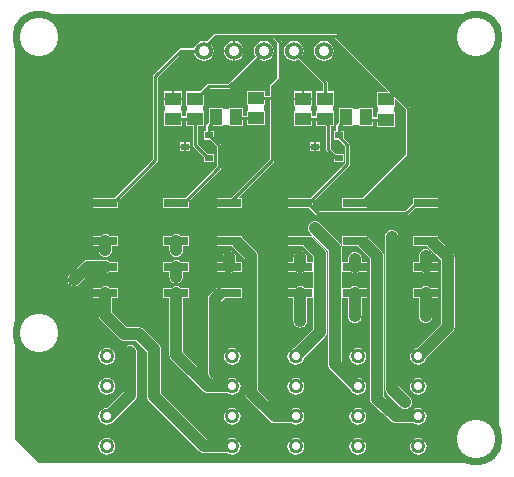
<source format=gtl>
G04 -- Generated By PCBWeb Designer*
%FSLAX24Y24*%
%MOIN*%
%OFA0B0*%
%SFA1.0B1.0*%
%AMROTRECT*21,1,$1,$2,0,0,$3*%
%AMROTOBLONG*1,1,$7,$1,$2*1,1,$7,$3,$4*21,1,$5,$6,0,0,$8*%
%ADD10C,0.025*%
%ADD11C,0.05*%
%ADD12C,0.028*%
%ADD13C,0.06*%
%ADD14C,0.006*%
%ADD15C,0.008*%
%ADD16C,0.024*%
%ADD17C,0.035*%
%ADD18C,0.07*%
%ADD19R,0.055X0.0433*%
%ADD20R,0.065X0.0533*%
%ADD21C,0.1772*%
%ADD22C,0.128*%
%ADD23C,0.1872*%
%ADD24R,0.0276X0.0236*%
%ADD25R,0.0376X0.0336*%
%ADD26C,0.01*%
%ADD27C,0.0039*%
%ADD28C,0.0199*%
%ADD29R,0.0787X0.0276*%
%ADD30R,0.0887X0.0376*%
%ADD31R,0.0433X0.055*%
%ADD32R,0.0533X0.065*%
%ADD33C,0.0059*%
%ADD34R,0.085X0.07*%
%ADD35R,0.095X0.08*%
%ADD36C,0.0394*%
%ADD37C,0.0*%
%ADD38C,0.0258*%
%ADD39C,0.0059*%
%ADD40C,0.0098*%
%ADD41C,0.0276*%
G01*
%LNBASEFILL*%
%LPD*%
G36*
X787Y13780D02*
X0Y14567D01*
X0Y4724D01*
X787Y13780D01*
G37*
G36*
X787Y5510D02*
X787Y13780D01*
X0Y4724D01*
X787Y5510D01*
G37*
G36*
X0Y4724D02*
X1Y4724D01*
X787Y5510D01*
X0Y4724D01*
G37*
G36*
X1Y4724D02*
X0Y4724D01*
X787Y3938D01*
X1Y4724D01*
G37*
G36*
X0Y4724D02*
X0Y1181D01*
X787Y3938D01*
X0Y4724D01*
G37*
G36*
X2786Y3851D02*
X787Y3938D01*
X0Y1181D01*
X2786Y3851D01*
G37*
G36*
X2786Y3023D02*
X2786Y3851D01*
X0Y1181D01*
X2786Y3023D01*
G37*
G36*
X0Y1181D02*
X2772Y2937D01*
X2786Y3023D01*
X0Y1181D01*
G37*
G36*
X2772Y2937D02*
X0Y1181D01*
X2786Y2851D01*
X2772Y2937D01*
G37*
G36*
X2786Y2851D02*
X0Y1181D01*
X787Y394D01*
X2786Y2851D01*
G37*
G36*
X2786Y2023D02*
X2786Y2851D01*
X787Y394D01*
X2786Y2023D01*
G37*
G36*
X787Y394D02*
X2772Y1937D01*
X2786Y2023D01*
X787Y394D01*
G37*
G36*
X2772Y1937D02*
X787Y394D01*
X2786Y1851D01*
X2772Y1937D01*
G37*
G36*
X2786Y1023D02*
X2786Y1851D01*
X787Y394D01*
X2786Y1023D01*
G37*
G36*
X787Y394D02*
X2772Y937D01*
X2786Y1023D01*
X787Y394D01*
G37*
G36*
X2772Y937D02*
X787Y394D01*
X2786Y851D01*
X2772Y937D01*
G37*
G36*
X2786Y851D02*
X787Y394D01*
X2826Y773D01*
X2786Y851D01*
G37*
G36*
X2826Y773D02*
X787Y394D01*
X2887Y711D01*
X2826Y773D01*
G37*
G36*
X2887Y711D02*
X787Y394D01*
X2965Y672D01*
X2887Y711D01*
G37*
G36*
X2965Y672D02*
X787Y394D01*
X3051Y658D01*
X2965Y672D01*
G37*
G36*
X6300Y709D02*
X3051Y658D01*
X787Y394D01*
X6300Y709D01*
G37*
G36*
X787Y394D02*
X7235Y656D01*
X6300Y709D01*
X787Y394D01*
G37*
G36*
X7235Y656D02*
X7148Y670D01*
X6300Y709D01*
X7235Y656D01*
G37*
G36*
X7071Y709D02*
X6300Y709D01*
X7148Y670D01*
X7071Y709D01*
G37*
G36*
X7235Y656D02*
X787Y394D01*
X15354Y394D01*
X7235Y656D01*
G37*
G36*
X9351Y656D02*
X7235Y656D01*
X15354Y394D01*
X9351Y656D01*
G37*
G36*
X11418Y656D02*
X9351Y656D01*
X15354Y394D01*
X11418Y656D01*
G37*
G36*
X13435Y656D02*
X11418Y656D01*
X15354Y394D01*
X13435Y656D01*
G37*
G36*
X13522Y670D02*
X13435Y656D01*
X15354Y394D01*
X13522Y670D01*
G37*
G36*
X13599Y709D02*
X13522Y670D01*
X15354Y394D01*
X13599Y709D01*
G37*
G36*
X13661Y771D02*
X13599Y709D01*
X15354Y394D01*
X13661Y771D01*
G37*
G36*
X13661Y771D02*
X15354Y394D01*
X14567Y1181D01*
X13661Y771D01*
G37*
G36*
X14567Y1181D02*
X13701Y849D01*
X13661Y771D01*
X14567Y1181D01*
G37*
G36*
X14567Y1181D02*
X13714Y935D01*
X13701Y849D01*
X14567Y1181D01*
G37*
G36*
X13701Y1021D02*
X13714Y935D01*
X14567Y1181D01*
X13701Y1021D01*
G37*
G36*
X14567Y1181D02*
X13661Y1099D01*
X13701Y1021D01*
X14567Y1181D01*
G37*
G36*
X14567Y1181D02*
X13661Y1771D01*
X13661Y1099D01*
X14567Y1181D01*
G37*
G36*
X13661Y1771D02*
X13599Y1161D01*
X13661Y1099D01*
X13661Y1771D01*
G37*
G36*
X13661Y1771D02*
X13599Y1709D01*
X13599Y1161D01*
X13661Y1771D01*
G37*
G36*
X13522Y1670D02*
X13599Y1161D01*
X13599Y1709D01*
X13522Y1670D01*
G37*
G36*
X13522Y1670D02*
X13522Y1200D01*
X13599Y1161D01*
X13522Y1670D01*
G37*
G36*
X13435Y1656D02*
X13522Y1200D01*
X13522Y1670D01*
X13435Y1656D01*
G37*
G36*
X13435Y1656D02*
X13435Y1214D01*
X13522Y1200D01*
X13435Y1656D01*
G37*
G36*
X13349Y1200D02*
X13435Y1214D01*
X13435Y1656D01*
X13349Y1200D01*
G37*
G36*
X13349Y1670D02*
X13349Y1200D01*
X13435Y1656D01*
X13349Y1670D01*
G37*
G36*
X13349Y1200D02*
X13349Y1670D01*
X13272Y1709D01*
X13349Y1200D01*
G37*
G36*
X13272Y1709D02*
X13272Y1161D01*
X13349Y1200D01*
X13272Y1709D01*
G37*
G36*
X13272Y1709D02*
X12682Y1709D01*
X13272Y1161D01*
X13272Y1709D01*
G37*
G36*
X12682Y1709D02*
X13210Y1099D01*
X13272Y1161D01*
X12682Y1709D01*
G37*
G36*
X12682Y1709D02*
X13170Y1021D01*
X13210Y1099D01*
X12682Y1709D01*
G37*
G36*
X13170Y1021D02*
X12682Y1709D01*
X12657Y1712D01*
X13170Y1021D01*
G37*
G36*
X13170Y1021D02*
X12657Y1712D01*
X13157Y935D01*
X13170Y1021D01*
G37*
G36*
X13157Y935D02*
X12657Y1712D01*
X11697Y935D01*
X13157Y935D01*
G37*
G36*
X12657Y1712D02*
X11683Y1021D01*
X11697Y935D01*
X12657Y1712D01*
G37*
G36*
X12657Y1712D02*
X11643Y1099D01*
X11683Y1021D01*
X12657Y1712D01*
G37*
G36*
X12657Y1712D02*
X12632Y1715D01*
X11643Y1099D01*
X12657Y1712D01*
G37*
G36*
X11643Y1099D02*
X12632Y1715D01*
X12623Y1717D01*
X11643Y1099D01*
G37*
G36*
X12632Y1715D02*
X12628Y1716D01*
X12623Y1717D01*
X12632Y1715D01*
G37*
G36*
X11643Y1099D02*
X12623Y1717D01*
X12577Y1735D01*
X11643Y1099D01*
G37*
G36*
X12623Y1717D02*
X12600Y1726D01*
X12577Y1735D01*
X12623Y1717D01*
G37*
G36*
X11643Y1099D02*
X12577Y1735D01*
X12569Y1739D01*
X11643Y1099D01*
G37*
G36*
X12577Y1735D02*
X12573Y1738D01*
X12569Y1739D01*
X12577Y1735D01*
G37*
G36*
X12569Y1739D02*
X12549Y1755D01*
X11643Y1099D01*
X12569Y1739D01*
G37*
G36*
X12549Y1755D02*
X12529Y1769D01*
X11643Y1099D01*
X12549Y1755D01*
G37*
G36*
X12529Y1769D02*
X11643Y1771D01*
X11643Y1099D01*
X12529Y1769D01*
G37*
G36*
X11582Y1161D02*
X11643Y1099D01*
X11643Y1771D01*
X11582Y1161D01*
G37*
G36*
X11643Y1771D02*
X11582Y1709D01*
X11582Y1161D01*
X11643Y1771D01*
G37*
G36*
X11504Y1670D02*
X11582Y1161D01*
X11582Y1709D01*
X11504Y1670D01*
G37*
G36*
X11504Y1670D02*
X11504Y1200D01*
X11582Y1161D01*
X11504Y1670D01*
G37*
G36*
X11418Y1656D02*
X11504Y1200D01*
X11504Y1670D01*
X11418Y1656D01*
G37*
G36*
X11418Y1656D02*
X11418Y1214D01*
X11504Y1200D01*
X11418Y1656D01*
G37*
G36*
X11332Y1200D02*
X11418Y1214D01*
X11418Y1656D01*
X11332Y1200D01*
G37*
G36*
X11332Y1670D02*
X11332Y1200D01*
X11418Y1656D01*
X11332Y1670D01*
G37*
G36*
X11254Y1161D02*
X11332Y1200D01*
X11332Y1670D01*
X11254Y1161D01*
G37*
G36*
X11254Y1709D02*
X11254Y1161D01*
X11332Y1670D01*
X11254Y1709D01*
G37*
G36*
X11192Y1099D02*
X11254Y1161D01*
X11254Y1709D01*
X11192Y1099D01*
G37*
G36*
X11192Y1771D02*
X11192Y1099D01*
X11254Y1709D01*
X11192Y1771D01*
G37*
G36*
X11192Y1771D02*
X11152Y1849D01*
X11192Y1099D01*
X11192Y1771D01*
G37*
G36*
X11152Y1849D02*
X11152Y1021D01*
X11192Y1099D01*
X11152Y1849D01*
G37*
G36*
X11152Y1849D02*
X9630Y1935D01*
X11152Y1021D01*
X11152Y1849D01*
G37*
G36*
X11152Y1021D02*
X9630Y1935D01*
X9616Y1849D01*
X11152Y1021D01*
G37*
G36*
X11152Y1021D02*
X9616Y1849D01*
X11139Y935D01*
X11152Y1021D01*
G37*
G36*
X11139Y935D02*
X9616Y1849D01*
X9616Y1021D01*
X11139Y935D01*
G37*
G36*
X9616Y1849D02*
X9576Y1099D01*
X9616Y1021D01*
X9616Y1849D01*
G37*
G36*
X9616Y1849D02*
X9576Y1771D01*
X9576Y1099D01*
X9616Y1849D01*
G37*
G36*
X9576Y1771D02*
X9515Y1161D01*
X9576Y1099D01*
X9576Y1771D01*
G37*
G36*
X9576Y1771D02*
X9515Y1709D01*
X9515Y1161D01*
X9576Y1771D01*
G37*
G36*
X9437Y1670D02*
X9515Y1161D01*
X9515Y1709D01*
X9437Y1670D01*
G37*
G36*
X9437Y1670D02*
X9437Y1200D01*
X9515Y1161D01*
X9437Y1670D01*
G37*
G36*
X9351Y1656D02*
X9437Y1200D01*
X9437Y1670D01*
X9351Y1656D01*
G37*
G36*
X9351Y1656D02*
X9351Y1214D01*
X9437Y1200D01*
X9351Y1656D01*
G37*
G36*
X9265Y1200D02*
X9351Y1214D01*
X9351Y1656D01*
X9265Y1200D01*
G37*
G36*
X9265Y1670D02*
X9265Y1200D01*
X9351Y1656D01*
X9265Y1670D01*
G37*
G36*
X9265Y1200D02*
X9265Y1670D01*
X9187Y1709D01*
X9265Y1200D01*
G37*
G36*
X9187Y1709D02*
X9187Y1161D01*
X9265Y1200D01*
X9187Y1709D01*
G37*
G36*
X9187Y1709D02*
X8646Y1709D01*
X9187Y1161D01*
X9187Y1709D01*
G37*
G36*
X8646Y1709D02*
X9125Y1099D01*
X9187Y1161D01*
X8646Y1709D01*
G37*
G36*
X8646Y1709D02*
X9085Y1021D01*
X9125Y1099D01*
X8646Y1709D01*
G37*
G36*
X9085Y1021D02*
X8646Y1709D01*
X8597Y1716D01*
X9085Y1021D01*
G37*
G36*
X9085Y1021D02*
X8597Y1716D01*
X9072Y935D01*
X9085Y1021D01*
G37*
G36*
X9072Y935D02*
X8597Y1716D01*
X7514Y935D01*
X9072Y935D01*
G37*
G36*
X8597Y1716D02*
X7500Y1021D01*
X7514Y935D01*
X8597Y1716D01*
G37*
G36*
X8597Y1716D02*
X7460Y1099D01*
X7500Y1021D01*
X8597Y1716D01*
G37*
G36*
X8597Y1716D02*
X8588Y1717D01*
X7460Y1099D01*
X8597Y1716D01*
G37*
G36*
X8588Y1717D02*
X8588Y1717D01*
X7460Y1099D01*
X8588Y1717D01*
G37*
G36*
X8588Y1717D02*
X8558Y1729D01*
X7460Y1099D01*
X8588Y1717D01*
G37*
G36*
X8558Y1729D02*
X8533Y1739D01*
X7460Y1099D01*
X8558Y1729D01*
G37*
G36*
X7460Y1099D02*
X8533Y1739D01*
X8533Y1740D01*
X7460Y1099D01*
G37*
G36*
X8533Y1739D02*
X8533Y1739D01*
X8533Y1740D01*
X8533Y1739D01*
G37*
G36*
X8533Y1740D02*
X8511Y1756D01*
X7460Y1099D01*
X8533Y1740D01*
G37*
G36*
X8511Y1756D02*
X8486Y1775D01*
X7460Y1099D01*
X8511Y1756D01*
G37*
G36*
X7460Y1099D02*
X8486Y1775D01*
X7460Y1771D01*
X7460Y1099D01*
G37*
G36*
X7500Y1849D02*
X7460Y1771D01*
X8486Y1775D01*
X7500Y1849D01*
G37*
G36*
X7514Y1935D02*
X7500Y1849D01*
X8486Y1775D01*
X7514Y1935D01*
G37*
G36*
X8486Y1775D02*
X7500Y2021D01*
X7514Y1935D01*
X8486Y1775D01*
G37*
G36*
X7715Y2547D02*
X7500Y2021D01*
X8486Y1775D01*
X7715Y2547D01*
G37*
G36*
X7460Y2099D02*
X7500Y2021D01*
X7715Y2547D01*
X7460Y2099D01*
G37*
G36*
X7399Y2161D02*
X7460Y2099D01*
X7715Y2547D01*
X7399Y2161D01*
G37*
G36*
X7715Y2547D02*
X7714Y2547D01*
X7399Y2161D01*
X7715Y2547D01*
G37*
G36*
X7704Y2560D02*
X7399Y2161D01*
X7714Y2547D01*
X7704Y2560D01*
G37*
G36*
X7679Y2594D02*
X7399Y2161D01*
X7704Y2560D01*
X7679Y2594D01*
G37*
G36*
X7679Y2594D02*
X7321Y2200D01*
X7399Y2161D01*
X7679Y2594D01*
G37*
G36*
X7679Y2594D02*
X7676Y2599D01*
X7321Y2200D01*
X7679Y2594D01*
G37*
G36*
X7321Y2200D02*
X7676Y2599D01*
X7321Y2670D01*
X7321Y2200D01*
G37*
G36*
X7676Y2599D02*
X7399Y2709D01*
X7321Y2670D01*
X7676Y2599D01*
G37*
G36*
X7676Y2599D02*
X7656Y2648D01*
X7399Y2709D01*
X7676Y2599D01*
G37*
G36*
X7656Y2648D02*
X7460Y2771D01*
X7399Y2709D01*
X7656Y2648D01*
G37*
G36*
X7648Y2707D02*
X7460Y2771D01*
X7656Y2648D01*
X7648Y2707D01*
G37*
G36*
X7500Y2849D02*
X7460Y2771D01*
X7648Y2707D01*
X7500Y2849D01*
G37*
G36*
X7514Y2935D02*
X7500Y2849D01*
X7648Y2707D01*
X7514Y2935D01*
G37*
G36*
X7514Y2935D02*
X7648Y2707D01*
X7500Y3021D01*
X7514Y2935D01*
G37*
G36*
X7648Y2707D02*
X7500Y3849D01*
X7500Y3021D01*
X7648Y2707D01*
G37*
G36*
X7500Y3849D02*
X7460Y3099D01*
X7500Y3021D01*
X7500Y3849D01*
G37*
G36*
X7500Y3849D02*
X7460Y3771D01*
X7460Y3099D01*
X7500Y3849D01*
G37*
G36*
X7460Y3771D02*
X7399Y3161D01*
X7460Y3099D01*
X7460Y3771D01*
G37*
G36*
X7460Y3771D02*
X7399Y3709D01*
X7399Y3161D01*
X7460Y3771D01*
G37*
G36*
X7321Y3670D02*
X7399Y3161D01*
X7399Y3709D01*
X7321Y3670D01*
G37*
G36*
X7321Y3670D02*
X7321Y3200D01*
X7399Y3161D01*
X7321Y3670D01*
G37*
G36*
X7235Y3656D02*
X7321Y3200D01*
X7321Y3670D01*
X7235Y3656D01*
G37*
G36*
X7235Y3656D02*
X7235Y3214D01*
X7321Y3200D01*
X7235Y3656D01*
G37*
G36*
X7148Y3200D02*
X7235Y3214D01*
X7235Y3656D01*
X7148Y3200D01*
G37*
G36*
X7148Y3670D02*
X7148Y3200D01*
X7235Y3656D01*
X7148Y3670D01*
G37*
G36*
X7148Y3670D02*
X6870Y3396D01*
X7148Y3200D01*
X7148Y3670D01*
G37*
G36*
X7148Y3200D02*
X6870Y3396D01*
X6862Y3337D01*
X7148Y3200D01*
G37*
G36*
X7148Y3200D02*
X6862Y3337D01*
X7071Y3161D01*
X7148Y3200D01*
G37*
G36*
X6862Y3337D02*
X6840Y3283D01*
X7071Y3161D01*
X6862Y3337D01*
G37*
G36*
X6840Y3283D02*
X6804Y3236D01*
X7071Y3161D01*
X6840Y3283D01*
G37*
G36*
X6804Y3236D02*
X6757Y3200D01*
X7071Y3161D01*
X6804Y3236D01*
G37*
G36*
X6757Y3200D02*
X6702Y3178D01*
X7071Y3161D01*
X6757Y3200D01*
G37*
G36*
X6702Y3178D02*
X6644Y3170D01*
X7071Y3161D01*
X6702Y3178D01*
G37*
G36*
X6644Y3170D02*
X6509Y3161D01*
X7071Y3161D01*
X6644Y3170D01*
G37*
G36*
X6586Y3178D02*
X6509Y3161D01*
X6644Y3170D01*
X6586Y3178D01*
G37*
G36*
X6531Y3200D02*
X6509Y3161D01*
X6586Y3178D01*
X6531Y3200D01*
G37*
G36*
X6484Y3236D02*
X6509Y3161D01*
X6531Y3200D01*
X6484Y3236D01*
G37*
G36*
X6484Y3236D02*
X6448Y3283D01*
X6509Y3161D01*
X6484Y3236D01*
G37*
G36*
X6509Y3161D02*
X6448Y3283D01*
X5590Y4080D01*
X6509Y3161D01*
G37*
G36*
X5590Y4080D02*
X6448Y3283D01*
X6426Y3337D01*
X5590Y4080D01*
G37*
G36*
X6418Y3396D02*
X5590Y4080D01*
X6426Y3337D01*
X6418Y3396D01*
G37*
G36*
X5590Y4080D02*
X6418Y3396D01*
X6418Y5856D01*
X5590Y4080D01*
G37*
G36*
X6418Y5856D02*
X5787Y5896D01*
X5590Y4080D01*
X6418Y5856D01*
G37*
G36*
X5590Y4080D02*
X5787Y5896D01*
X5590Y5896D01*
X5590Y4080D01*
G37*
G36*
X6426Y5915D02*
X5787Y5896D01*
X6418Y5856D01*
X6426Y5915D01*
G37*
G36*
X6426Y5915D02*
X5787Y6230D01*
X5787Y5896D01*
X6426Y5915D01*
G37*
G36*
X5787Y6230D02*
X6426Y5915D01*
X6448Y5969D01*
X5787Y6230D01*
G37*
G36*
X6484Y6016D02*
X5787Y6230D01*
X6448Y5969D01*
X6484Y6016D01*
G37*
G36*
X6632Y6164D02*
X5787Y6230D01*
X6484Y6016D01*
X6632Y6164D01*
G37*
G36*
X5787Y6230D02*
X6632Y6164D01*
X5787Y6763D01*
X5787Y6230D01*
G37*
G36*
X6632Y6164D02*
X6713Y6763D01*
X5787Y6763D01*
X6632Y6164D01*
G37*
G36*
X5787Y6763D02*
X6713Y6763D01*
X5787Y7096D01*
X5787Y6763D01*
G37*
G36*
X6713Y7096D02*
X5787Y7096D01*
X6713Y6763D01*
X6713Y7096D01*
G37*
G36*
X5787Y7629D02*
X5787Y7096D01*
X6713Y7096D01*
X5787Y7629D01*
G37*
G36*
X5787Y7629D02*
X6713Y7096D01*
X6713Y7629D01*
X5787Y7629D01*
G37*
G36*
X6918Y7293D02*
X6713Y7629D01*
X6713Y7096D01*
X6918Y7293D01*
G37*
G36*
X6918Y7293D02*
X6713Y7096D01*
X6910Y7234D01*
X6918Y7293D01*
G37*
G36*
X6713Y7096D02*
X6910Y7096D01*
X6910Y7234D01*
X6713Y7096D01*
G37*
G36*
X6713Y7629D02*
X6918Y7293D01*
X6941Y7347D01*
X6713Y7629D01*
G37*
G36*
X6713Y7629D02*
X6941Y7347D01*
X6976Y7394D01*
X6713Y7629D01*
G37*
G36*
X6713Y7629D02*
X6976Y7394D01*
X7023Y7430D01*
X6713Y7629D01*
G37*
G36*
X7136Y7629D02*
X6713Y7629D01*
X7023Y7430D01*
X7136Y7629D01*
G37*
G36*
X7023Y7430D02*
X7078Y7453D01*
X7136Y7629D01*
X7023Y7430D01*
G37*
G36*
X7078Y7453D02*
X7136Y7460D01*
X7136Y7629D01*
X7078Y7453D01*
G37*
G36*
X7136Y7629D02*
X7136Y7460D01*
X7136Y7629D01*
X7136Y7629D01*
G37*
G36*
X7236Y7614D02*
X7136Y7629D01*
X7136Y7460D01*
X7236Y7614D01*
G37*
G36*
X7236Y7614D02*
X7136Y7460D01*
X7195Y7453D01*
X7236Y7614D01*
G37*
G36*
X7236Y7614D02*
X7195Y7453D01*
X7272Y7567D01*
X7236Y7614D01*
G37*
G36*
X7195Y7453D02*
X7249Y7430D01*
X7272Y7567D01*
X7195Y7453D01*
G37*
G36*
X7272Y7567D02*
X7249Y7430D01*
X7296Y7394D01*
X7272Y7567D01*
G37*
G36*
X7272Y7567D02*
X7296Y7394D01*
X7332Y7347D01*
X7272Y7567D01*
G37*
G36*
X7648Y7190D02*
X7272Y7567D01*
X7332Y7347D01*
X7648Y7190D01*
G37*
G36*
X7648Y7190D02*
X7332Y7347D01*
X7354Y7293D01*
X7648Y7190D01*
G37*
G36*
X7648Y7190D02*
X7354Y7293D01*
X7362Y7234D01*
X7648Y7190D01*
G37*
G36*
X7648Y7190D02*
X7362Y7234D01*
X7559Y7096D01*
X7648Y7190D01*
G37*
G36*
X7362Y7234D02*
X7362Y7096D01*
X7559Y7096D01*
X7362Y7234D01*
G37*
G36*
X7648Y7190D02*
X7559Y7096D01*
X7559Y6763D01*
X7648Y7190D01*
G37*
G36*
X7648Y7190D02*
X7559Y6763D01*
X7559Y6230D01*
X7648Y7190D01*
G37*
G36*
X7559Y6763D02*
X7249Y6734D01*
X7559Y6230D01*
X7559Y6763D01*
G37*
G36*
X7249Y6734D02*
X7195Y6711D01*
X7559Y6230D01*
X7249Y6734D01*
G37*
G36*
X7195Y6711D02*
X7136Y6704D01*
X7559Y6230D01*
X7195Y6711D01*
G37*
G36*
X7136Y6704D02*
X6713Y6230D01*
X7559Y6230D01*
X7136Y6704D01*
G37*
G36*
X7078Y6711D02*
X6713Y6230D01*
X7136Y6704D01*
X7078Y6711D01*
G37*
G36*
X7023Y6734D02*
X6713Y6230D01*
X7078Y6711D01*
X7023Y6734D01*
G37*
G36*
X6713Y6763D02*
X6713Y6230D01*
X7023Y6734D01*
X6713Y6763D01*
G37*
G36*
X6986Y6763D02*
X6713Y6763D01*
X7023Y6734D01*
X6986Y6763D01*
G37*
G36*
X6679Y6200D02*
X6713Y6230D01*
X6713Y6763D01*
X6679Y6200D01*
G37*
G36*
X6679Y6200D02*
X6713Y6763D01*
X6632Y6164D01*
X6679Y6200D01*
G37*
G36*
X6679Y6200D02*
X6713Y6214D01*
X6713Y6230D01*
X6679Y6200D01*
G37*
G36*
X7559Y6763D02*
X7287Y6763D01*
X7249Y6734D01*
X7559Y6763D01*
G37*
G36*
X7648Y7190D02*
X7559Y6230D01*
X7559Y5896D01*
X7648Y7190D01*
G37*
G36*
X7460Y4099D02*
X7648Y7190D01*
X7559Y5896D01*
X7460Y4099D01*
G37*
G36*
X7399Y4161D02*
X7460Y4099D01*
X7559Y5896D01*
X7399Y4161D01*
G37*
G36*
X7321Y4200D02*
X7399Y4161D01*
X7559Y5896D01*
X7321Y4200D01*
G37*
G36*
X7235Y4214D02*
X7321Y4200D01*
X7559Y5896D01*
X7235Y4214D01*
G37*
G36*
X7559Y5896D02*
X6870Y5763D01*
X7235Y4214D01*
X7559Y5896D01*
G37*
G36*
X6870Y5763D02*
X7148Y4200D01*
X7235Y4214D01*
X6870Y5763D01*
G37*
G36*
X6870Y5763D02*
X7071Y4161D01*
X7148Y4200D01*
X6870Y5763D01*
G37*
G36*
X6870Y5763D02*
X7009Y4099D01*
X7071Y4161D01*
X6870Y5763D01*
G37*
G36*
X6870Y5763D02*
X6969Y4021D01*
X7009Y4099D01*
X6870Y5763D01*
G37*
G36*
X6870Y5763D02*
X6956Y3935D01*
X6969Y4021D01*
X6870Y5763D01*
G37*
G36*
X6870Y5763D02*
X6870Y3396D01*
X6956Y3935D01*
X6870Y5763D01*
G37*
G36*
X6956Y3935D02*
X6870Y3396D01*
X6969Y3849D01*
X6956Y3935D01*
G37*
G36*
X6969Y3849D02*
X6870Y3396D01*
X7009Y3771D01*
X6969Y3849D01*
G37*
G36*
X7009Y3771D02*
X6870Y3396D01*
X7071Y3709D01*
X7009Y3771D01*
G37*
G36*
X7071Y3709D02*
X6870Y3396D01*
X7148Y3670D01*
X7071Y3709D01*
G37*
G36*
X6870Y5763D02*
X7559Y5896D01*
X7136Y5896D01*
X6870Y5763D01*
G37*
G36*
X7136Y5896D02*
X7136Y5896D01*
X6870Y5763D01*
X7136Y5896D01*
G37*
G36*
X7136Y5896D02*
X6951Y5844D01*
X6870Y5763D01*
X7136Y5896D01*
G37*
G36*
X7136Y5896D02*
X6987Y5891D01*
X6951Y5844D01*
X7136Y5896D01*
G37*
G36*
X7136Y5896D02*
X6989Y5896D01*
X6987Y5891D01*
X7136Y5896D01*
G37*
G36*
X7500Y4021D02*
X7648Y7190D01*
X7460Y4099D01*
X7500Y4021D01*
G37*
G36*
X7514Y3935D02*
X7648Y7190D01*
X7500Y4021D01*
X7514Y3935D01*
G37*
G36*
X7648Y7190D02*
X7514Y3935D01*
X7648Y2707D01*
X7648Y7190D01*
G37*
G36*
X7648Y2707D02*
X7514Y3935D01*
X7500Y3849D01*
X7648Y2707D01*
G37*
G36*
X7230Y7629D02*
X7136Y7629D01*
X7236Y7614D01*
X7230Y7629D01*
G37*
G36*
X5787Y7962D02*
X5787Y7629D01*
X6713Y7629D01*
X5787Y7962D01*
G37*
G36*
X5787Y7962D02*
X6713Y7629D01*
X6713Y7962D01*
X5787Y7962D01*
G37*
G36*
X5787Y8889D02*
X5787Y7962D01*
X6713Y7962D01*
X5787Y8889D01*
G37*
G36*
X5787Y8889D02*
X6713Y7962D01*
X6713Y8889D01*
X5787Y8889D01*
G37*
G36*
X7559Y8889D02*
X6713Y8889D01*
X6713Y7962D01*
X7559Y8889D01*
G37*
G36*
X7559Y8889D02*
X6713Y7962D01*
X7559Y7962D01*
X7559Y8889D01*
G37*
G36*
X9076Y7962D02*
X7559Y8889D01*
X7559Y7962D01*
X9076Y7962D01*
G37*
G36*
X7591Y7886D02*
X9076Y7962D01*
X7559Y7962D01*
X7591Y7886D01*
G37*
G36*
X7559Y7962D02*
X7559Y7911D01*
X7591Y7886D01*
X7559Y7962D01*
G37*
G36*
X9076Y7962D02*
X7591Y7886D01*
X8034Y7443D01*
X9076Y7962D01*
G37*
G36*
X9076Y7962D02*
X8034Y7443D01*
X8045Y7429D01*
X9076Y7962D01*
G37*
G36*
X9076Y7962D02*
X8045Y7429D01*
X9076Y7629D01*
X9076Y7962D01*
G37*
G36*
X9076Y7629D02*
X8045Y7429D01*
X8070Y7397D01*
X9076Y7629D01*
G37*
G36*
X8070Y7397D02*
X8092Y7342D01*
X9076Y7629D01*
X8070Y7397D01*
G37*
G36*
X8092Y7342D02*
X8100Y7284D01*
X9076Y7629D01*
X8092Y7342D01*
G37*
G36*
X8100Y7284D02*
X9076Y7096D01*
X9076Y7629D01*
X8100Y7284D01*
G37*
G36*
X9280Y7293D02*
X9076Y7629D01*
X9076Y7096D01*
X9280Y7293D01*
G37*
G36*
X9280Y7293D02*
X9076Y7096D01*
X9272Y7234D01*
X9280Y7293D01*
G37*
G36*
X9076Y7096D02*
X9272Y7096D01*
X9272Y7234D01*
X9076Y7096D01*
G37*
G36*
X9076Y7629D02*
X9280Y7293D01*
X9303Y7347D01*
X9076Y7629D01*
G37*
G36*
X9076Y7629D02*
X9303Y7347D01*
X9339Y7394D01*
X9076Y7629D01*
G37*
G36*
X9076Y7629D02*
X9339Y7394D01*
X9385Y7430D01*
X9076Y7629D01*
G37*
G36*
X9498Y7629D02*
X9076Y7629D01*
X9385Y7430D01*
X9498Y7629D01*
G37*
G36*
X9385Y7430D02*
X9440Y7453D01*
X9498Y7629D01*
X9385Y7430D01*
G37*
G36*
X9440Y7453D02*
X9498Y7460D01*
X9498Y7629D01*
X9440Y7453D01*
G37*
G36*
X9498Y7629D02*
X9498Y7460D01*
X9498Y7629D01*
X9498Y7629D01*
G37*
G36*
X9598Y7614D02*
X9498Y7629D01*
X9498Y7460D01*
X9598Y7614D01*
G37*
G36*
X9598Y7614D02*
X9498Y7460D01*
X9557Y7453D01*
X9598Y7614D01*
G37*
G36*
X9598Y7614D02*
X9557Y7453D01*
X9634Y7567D01*
X9598Y7614D01*
G37*
G36*
X9557Y7453D02*
X9611Y7430D01*
X9634Y7567D01*
X9557Y7453D01*
G37*
G36*
X9634Y7567D02*
X9611Y7430D01*
X9658Y7394D01*
X9634Y7567D01*
G37*
G36*
X9634Y7567D02*
X9658Y7394D01*
X9694Y7347D01*
X9634Y7567D01*
G37*
G36*
X9936Y7264D02*
X9634Y7567D01*
X9694Y7347D01*
X9936Y7264D01*
G37*
G36*
X9936Y7264D02*
X9694Y7347D01*
X9716Y7293D01*
X9936Y7264D01*
G37*
G36*
X9716Y7293D02*
X9724Y7234D01*
X9936Y7264D01*
X9716Y7293D01*
G37*
G36*
X9724Y7234D02*
X9921Y7096D01*
X9936Y7264D01*
X9724Y7234D01*
G37*
G36*
X9936Y7264D02*
X9921Y7096D01*
X9921Y6763D01*
X9936Y7264D01*
G37*
G36*
X9936Y7264D02*
X9921Y6763D01*
X9921Y6230D01*
X9936Y7264D01*
G37*
G36*
X9921Y6763D02*
X9611Y6734D01*
X9921Y6230D01*
X9921Y6763D01*
G37*
G36*
X9921Y6230D02*
X9611Y6734D01*
X9611Y6259D01*
X9921Y6230D01*
G37*
G36*
X9557Y6711D02*
X9611Y6259D01*
X9611Y6734D01*
X9557Y6711D01*
G37*
G36*
X9557Y6711D02*
X9557Y6281D01*
X9611Y6259D01*
X9557Y6711D01*
G37*
G36*
X9498Y6704D02*
X9557Y6281D01*
X9557Y6711D01*
X9498Y6704D01*
G37*
G36*
X9498Y6704D02*
X9498Y6289D01*
X9557Y6281D01*
X9498Y6704D01*
G37*
G36*
X9440Y6281D02*
X9498Y6289D01*
X9498Y6704D01*
X9440Y6281D01*
G37*
G36*
X9440Y6711D02*
X9440Y6281D01*
X9498Y6704D01*
X9440Y6711D01*
G37*
G36*
X9385Y6259D02*
X9440Y6281D01*
X9440Y6711D01*
X9385Y6259D01*
G37*
G36*
X9385Y6734D02*
X9385Y6259D01*
X9440Y6711D01*
X9385Y6734D01*
G37*
G36*
X9385Y6734D02*
X9076Y6763D01*
X9385Y6259D01*
X9385Y6734D01*
G37*
G36*
X9385Y6259D02*
X9076Y6763D01*
X9076Y6230D01*
X9385Y6259D01*
G37*
G36*
X9076Y6230D02*
X9076Y6763D01*
X8100Y7284D01*
X9076Y6230D01*
G37*
G36*
X9076Y7096D02*
X8100Y7284D01*
X9076Y6763D01*
X9076Y7096D01*
G37*
G36*
X8100Y7284D02*
X9076Y5896D01*
X9076Y6230D01*
X8100Y7284D01*
G37*
G36*
X8100Y7284D02*
X8100Y2800D01*
X9076Y5896D01*
X8100Y7284D01*
G37*
G36*
X9076Y5896D02*
X8100Y2800D01*
X9085Y4021D01*
X9076Y5896D01*
G37*
G36*
X9085Y4021D02*
X8100Y2800D01*
X9072Y3935D01*
X9085Y4021D01*
G37*
G36*
X9085Y3849D02*
X9072Y3935D01*
X8100Y2800D01*
X9085Y3849D01*
G37*
G36*
X9085Y3849D02*
X8100Y2800D01*
X9125Y3771D01*
X9085Y3849D01*
G37*
G36*
X9125Y3099D02*
X9125Y3771D01*
X8100Y2800D01*
X9125Y3099D01*
G37*
G36*
X9125Y3099D02*
X8100Y2800D01*
X9085Y3021D01*
X9125Y3099D01*
G37*
G36*
X8100Y2800D02*
X9072Y2935D01*
X9085Y3021D01*
X8100Y2800D01*
G37*
G36*
X9072Y2935D02*
X8100Y2800D01*
X9085Y2849D01*
X9072Y2935D01*
G37*
G36*
X8100Y2800D02*
X8740Y2161D01*
X9085Y2849D01*
X8100Y2800D01*
G37*
G36*
X9085Y2849D02*
X8740Y2161D01*
X9125Y2771D01*
X9085Y2849D01*
G37*
G36*
X9125Y2771D02*
X8740Y2161D01*
X9187Y2709D01*
X9125Y2771D01*
G37*
G36*
X9187Y2709D02*
X8740Y2161D01*
X9187Y2161D01*
X9187Y2709D01*
G37*
G36*
X9187Y2709D02*
X9187Y2161D01*
X9265Y2670D01*
X9187Y2709D01*
G37*
G36*
X9187Y2161D02*
X9265Y2200D01*
X9265Y2670D01*
X9187Y2161D01*
G37*
G36*
X9265Y2670D02*
X9265Y2200D01*
X9351Y2656D01*
X9265Y2670D01*
G37*
G36*
X9265Y2200D02*
X9351Y2214D01*
X9351Y2656D01*
X9265Y2200D01*
G37*
G36*
X9351Y2656D02*
X9351Y2214D01*
X9437Y2200D01*
X9351Y2656D01*
G37*
G36*
X9351Y2656D02*
X9437Y2200D01*
X9437Y2670D01*
X9351Y2656D01*
G37*
G36*
X9437Y2670D02*
X9437Y2200D01*
X9515Y2161D01*
X9437Y2670D01*
G37*
G36*
X9437Y2670D02*
X9515Y2161D01*
X9515Y2709D01*
X9437Y2670D01*
G37*
G36*
X9576Y2771D02*
X9515Y2709D01*
X9515Y2161D01*
X9576Y2771D01*
G37*
G36*
X9576Y2771D02*
X9515Y2161D01*
X9576Y2099D01*
X9576Y2771D01*
G37*
G36*
X9616Y2849D02*
X9576Y2771D01*
X9576Y2099D01*
X9616Y2849D01*
G37*
G36*
X9616Y2849D02*
X9576Y2099D01*
X9616Y2021D01*
X9616Y2849D01*
G37*
G36*
X11139Y1935D02*
X9616Y2849D01*
X9616Y2021D01*
X11139Y1935D01*
G37*
G36*
X9630Y1935D02*
X11139Y1935D01*
X9616Y2021D01*
X9630Y1935D01*
G37*
G36*
X11139Y1935D02*
X9630Y1935D01*
X11152Y1849D01*
X11139Y1935D01*
G37*
G36*
X11139Y1935D02*
X11152Y2021D01*
X9616Y2849D01*
X11139Y1935D01*
G37*
G36*
X11152Y2021D02*
X9630Y2935D01*
X9616Y2849D01*
X11152Y2021D01*
G37*
G36*
X11152Y2021D02*
X11152Y2849D01*
X9630Y2935D01*
X11152Y2021D01*
G37*
G36*
X11152Y2849D02*
X11152Y2850D01*
X9630Y2935D01*
X11152Y2849D01*
G37*
G36*
X10495Y3506D02*
X9630Y2935D01*
X11152Y2850D01*
X10495Y3506D01*
G37*
G36*
X9616Y3021D02*
X9630Y2935D01*
X10495Y3506D01*
X9616Y3021D01*
G37*
G36*
X9616Y3021D02*
X10495Y3506D01*
X10495Y3507D01*
X9616Y3021D01*
G37*
G36*
X10495Y3506D02*
X10495Y3507D01*
X10495Y3507D01*
X10495Y3506D01*
G37*
G36*
X10495Y3507D02*
X10477Y3529D01*
X9616Y3021D01*
X10495Y3507D01*
G37*
G36*
X10477Y3529D02*
X10459Y3553D01*
X9616Y3021D01*
X10477Y3529D01*
G37*
G36*
X10459Y3553D02*
X9576Y3099D01*
X9616Y3021D01*
X10459Y3553D01*
G37*
G36*
X10459Y3553D02*
X10459Y3553D01*
X9576Y3099D01*
X10459Y3553D01*
G37*
G36*
X10448Y3579D02*
X9576Y3099D01*
X10459Y3553D01*
X10448Y3579D01*
G37*
G36*
X10436Y3608D02*
X9576Y3099D01*
X10448Y3579D01*
X10436Y3608D01*
G37*
G36*
X9576Y3099D02*
X10436Y3608D01*
X9515Y3709D01*
X9576Y3099D01*
G37*
G36*
X10436Y3608D02*
X10436Y3608D01*
X9515Y3709D01*
X10436Y3608D01*
G37*
G36*
X10436Y3608D02*
X10432Y3639D01*
X9515Y3709D01*
X10436Y3608D01*
G37*
G36*
X10432Y3639D02*
X10429Y3666D01*
X9515Y3709D01*
X10432Y3639D01*
G37*
G36*
X10429Y3666D02*
X9576Y3771D01*
X9515Y3709D01*
X10429Y3666D01*
G37*
G36*
X10429Y3666D02*
X9616Y3849D01*
X9576Y3771D01*
X10429Y3666D01*
G37*
G36*
X10429Y3666D02*
X9616Y3849D01*
X10429Y3666D01*
X10429Y3666D01*
G37*
G36*
X10429Y3666D02*
X10429Y3666D01*
X10429Y3666D01*
X10429Y3666D01*
G37*
G36*
X9622Y3887D02*
X9616Y3849D01*
X10429Y3666D01*
X9622Y3887D01*
G37*
G36*
X10322Y4589D02*
X9622Y3887D01*
X10429Y3666D01*
X10322Y4589D01*
G37*
G36*
X10322Y4589D02*
X10322Y4589D01*
X10429Y3666D01*
X10322Y4589D01*
G37*
G36*
X10322Y4589D02*
X10429Y3666D01*
X10322Y4589D01*
X10322Y4589D01*
G37*
G36*
X10322Y4589D02*
X10429Y3666D01*
X10340Y4612D01*
X10322Y4589D01*
G37*
G36*
X10340Y4612D02*
X10429Y3666D01*
X10358Y4636D01*
X10340Y4612D01*
G37*
G36*
X10358Y4636D02*
X10429Y3666D01*
X10358Y4636D01*
X10358Y4636D01*
G37*
G36*
X10369Y4663D02*
X10358Y4636D01*
X10429Y3666D01*
X10369Y4663D01*
G37*
G36*
X10369Y4663D02*
X10429Y3666D01*
X10380Y4691D01*
X10369Y4663D01*
G37*
G36*
X10380Y4691D02*
X10429Y3666D01*
X10381Y4691D01*
X10380Y4691D01*
G37*
G36*
X10384Y4720D02*
X10381Y4691D01*
X10429Y3666D01*
X10384Y4720D01*
G37*
G36*
X10388Y4749D02*
X10384Y4720D01*
X10429Y3666D01*
X10388Y4749D01*
G37*
G36*
X10429Y3666D02*
X10429Y7461D01*
X10388Y4749D01*
X10429Y3666D01*
G37*
G36*
X10429Y7461D02*
X10388Y7357D01*
X10388Y4749D01*
X10429Y7461D01*
G37*
G36*
X10384Y7386D02*
X10388Y7357D01*
X10429Y7461D01*
X10384Y7386D01*
G37*
G36*
X10380Y7415D02*
X10384Y7386D01*
X10429Y7461D01*
X10380Y7415D01*
G37*
G36*
X10429Y7461D02*
X10380Y7416D01*
X10380Y7415D01*
X10429Y7461D01*
G37*
G36*
X10380Y7416D02*
X10380Y7416D01*
X10380Y7415D01*
X10380Y7416D01*
G37*
G36*
X10369Y7443D02*
X10380Y7416D01*
X10429Y7461D01*
X10369Y7443D01*
G37*
G36*
X10358Y7470D02*
X10369Y7443D01*
X10429Y7461D01*
X10358Y7470D01*
G37*
G36*
X10358Y7470D02*
X10358Y7470D01*
X10429Y7461D01*
X10358Y7470D01*
G37*
G36*
X10429Y7461D02*
X10340Y7493D01*
X10358Y7470D01*
X10429Y7461D01*
G37*
G36*
X10429Y7461D02*
X10322Y7517D01*
X10340Y7493D01*
X10429Y7461D01*
G37*
G36*
X9921Y7962D02*
X10322Y7517D01*
X10429Y7461D01*
X9921Y7962D01*
G37*
G36*
X9831Y8059D02*
X9921Y7962D01*
X10429Y7461D01*
X9831Y8059D01*
G37*
G36*
X9831Y8059D02*
X9076Y7962D01*
X9921Y7962D01*
X9831Y8059D01*
G37*
G36*
X9795Y8106D02*
X9076Y7962D01*
X9831Y8059D01*
X9795Y8106D01*
G37*
G36*
X9772Y8160D02*
X9076Y7962D01*
X9795Y8106D01*
X9772Y8160D01*
G37*
G36*
X9765Y8219D02*
X9076Y7962D01*
X9772Y8160D01*
X9765Y8219D01*
G37*
G36*
X9772Y8277D02*
X9076Y7962D01*
X9765Y8219D01*
X9772Y8277D01*
G37*
G36*
X9772Y8277D02*
X9076Y8889D01*
X9076Y7962D01*
X9772Y8277D01*
G37*
G36*
X9076Y8889D02*
X7559Y8889D01*
X9076Y7962D01*
X9076Y8889D01*
G37*
G36*
X7559Y9222D02*
X7559Y8889D01*
X9076Y8889D01*
X7559Y9222D01*
G37*
G36*
X7559Y9222D02*
X9076Y8889D01*
X9076Y9222D01*
X7559Y9222D01*
G37*
G36*
X8619Y10427D02*
X7559Y9222D01*
X9076Y9222D01*
X8619Y10427D01*
G37*
G36*
X8631Y10443D02*
X8619Y10427D01*
X9076Y9222D01*
X8631Y10443D01*
G37*
G36*
X9076Y9222D02*
X9824Y10778D01*
X8631Y10443D01*
X9076Y9222D01*
G37*
G36*
X9824Y10778D02*
X8639Y10462D01*
X8631Y10443D01*
X9824Y10778D01*
G37*
G36*
X9824Y10778D02*
X8642Y10483D01*
X8639Y10462D01*
X9824Y10778D01*
G37*
G36*
X8642Y10483D02*
X9824Y10778D01*
X9824Y11073D01*
X8642Y10483D01*
G37*
G36*
X9293Y11615D02*
X8642Y10483D01*
X9824Y11073D01*
X9293Y11615D01*
G37*
G36*
X9293Y11615D02*
X9824Y11073D01*
X9901Y11615D01*
X9293Y11615D01*
G37*
G36*
X10031Y11615D02*
X9901Y11615D01*
X9824Y11073D01*
X10031Y11615D01*
G37*
G36*
X10157Y11073D02*
X10031Y11615D01*
X9824Y11073D01*
X10157Y11073D01*
G37*
G36*
X10031Y11615D02*
X10157Y11073D01*
X10355Y11615D01*
X10031Y11615D01*
G37*
G36*
X10355Y11615D02*
X10157Y11073D01*
X10355Y10827D01*
X10355Y11615D01*
G37*
G36*
X10157Y11073D02*
X10157Y10778D01*
X10355Y10827D01*
X10157Y11073D01*
G37*
G36*
X10355Y10827D02*
X10157Y10778D01*
X10358Y10807D01*
X10355Y10827D01*
G37*
G36*
X10358Y10807D02*
X10157Y10778D01*
X10366Y10788D01*
X10358Y10807D01*
G37*
G36*
X10366Y10788D02*
X10157Y10778D01*
X10378Y10772D01*
X10366Y10788D01*
G37*
G36*
X10378Y10772D02*
X10157Y10778D01*
X10611Y10404D01*
X10378Y10772D01*
G37*
G36*
X10611Y10404D02*
X10157Y10778D01*
X9824Y10778D01*
X10611Y10404D01*
G37*
G36*
X10611Y10404D02*
X9824Y10778D01*
X9850Y9222D01*
X10611Y10404D01*
G37*
G36*
X9824Y10778D02*
X9076Y9222D01*
X9850Y9222D01*
X9824Y10778D01*
G37*
G36*
X10611Y10404D02*
X9850Y9222D01*
X10995Y10367D01*
X10611Y10404D01*
G37*
G36*
X10945Y10404D02*
X10611Y10404D01*
X10995Y10367D01*
X10945Y10404D01*
G37*
G36*
X10945Y10699D02*
X10945Y10404D01*
X10995Y10367D01*
X10945Y10699D01*
G37*
G36*
X10995Y10942D02*
X10945Y10699D01*
X10995Y10367D01*
X10995Y10942D01*
G37*
G36*
X10995Y10942D02*
X10673Y10699D01*
X10945Y10699D01*
X10995Y10942D01*
G37*
G36*
X10995Y10942D02*
X10785Y11152D01*
X10673Y10699D01*
X10995Y10942D01*
G37*
G36*
X10785Y11152D02*
X10512Y10859D01*
X10673Y10699D01*
X10785Y11152D01*
G37*
G36*
X10785Y11152D02*
X10611Y11152D01*
X10512Y10859D01*
X10785Y11152D01*
G37*
G36*
X10512Y11615D02*
X10512Y10859D01*
X10611Y11152D01*
X10512Y11615D01*
G37*
G36*
X10611Y11447D02*
X10512Y11615D01*
X10611Y11152D01*
X10611Y11447D01*
G37*
G36*
X10611Y11447D02*
X10639Y11615D01*
X10512Y11615D01*
X10611Y11447D01*
G37*
G36*
X10639Y11615D02*
X10611Y11447D01*
X10700Y11447D01*
X10639Y11615D01*
G37*
G36*
X10700Y11447D02*
X10700Y11614D01*
X10639Y11615D01*
X10700Y11447D01*
G37*
G36*
X10639Y11615D02*
X10700Y11614D01*
X10702Y11635D01*
X10639Y11615D01*
G37*
G36*
X10710Y11654D02*
X10639Y11615D01*
X10702Y11635D01*
X10710Y11654D01*
G37*
G36*
X10639Y11615D02*
X10710Y11654D01*
X10723Y11670D01*
X10639Y11615D01*
G37*
G36*
X10639Y12106D02*
X10639Y11615D01*
X10723Y11670D01*
X10639Y12106D01*
G37*
G36*
X10639Y12106D02*
X10723Y11670D01*
X10779Y11726D01*
X10639Y12106D01*
G37*
G36*
X10779Y12214D02*
X10639Y12106D01*
X10779Y11726D01*
X10779Y12214D01*
G37*
G36*
X10779Y12214D02*
X10639Y12284D01*
X10639Y12106D01*
X10779Y12214D01*
G37*
G36*
X10639Y12106D02*
X10639Y12284D01*
X10604Y12106D01*
X10639Y12106D01*
G37*
G36*
X10639Y12284D02*
X10604Y12284D01*
X10604Y12106D01*
X10639Y12284D01*
G37*
G36*
X10639Y12775D02*
X10639Y12284D01*
X10779Y12214D01*
X10639Y12775D01*
G37*
G36*
X10639Y12775D02*
X10779Y12214D01*
X11270Y12214D01*
X10639Y12775D01*
G37*
G36*
X12049Y12746D02*
X10639Y12775D01*
X11270Y12214D01*
X12049Y12746D01*
G37*
G36*
X11270Y12214D02*
X11448Y12214D01*
X12049Y12746D01*
X11270Y12214D01*
G37*
G36*
X11448Y12214D02*
X11939Y12214D01*
X12049Y12746D01*
X11448Y12214D01*
G37*
G36*
X11939Y12214D02*
X12049Y12255D01*
X12049Y12746D01*
X11939Y12214D01*
G37*
G36*
X11939Y12214D02*
X12049Y12077D01*
X12049Y12255D01*
X11939Y12214D01*
G37*
G36*
X12084Y12255D02*
X12049Y12255D01*
X12049Y12077D01*
X12084Y12255D01*
G37*
G36*
X12084Y12255D02*
X12049Y12077D01*
X12084Y12077D01*
X12084Y12255D01*
G37*
G36*
X11939Y12214D02*
X11939Y11910D01*
X12049Y12077D01*
X11939Y12214D01*
G37*
G36*
X11939Y11910D02*
X12049Y11910D01*
X12049Y12077D01*
X11939Y11910D01*
G37*
G36*
X11270Y12214D02*
X11448Y12179D01*
X11448Y12214D01*
X11270Y12214D01*
G37*
G36*
X11270Y12214D02*
X11270Y12179D01*
X11448Y12179D01*
X11270Y12214D01*
G37*
G36*
X10552Y13931D02*
X10639Y12775D01*
X12049Y12746D01*
X10552Y13931D01*
G37*
G36*
X12049Y12746D02*
X10599Y14023D01*
X10552Y13931D01*
X12049Y12746D01*
G37*
G36*
X12049Y12746D02*
X10615Y14124D01*
X10599Y14023D01*
X12049Y12746D01*
G37*
G36*
X10647Y14538D02*
X10615Y14124D01*
X12049Y12746D01*
X10647Y14538D01*
G37*
G36*
X10647Y14538D02*
X12049Y12746D01*
X12438Y12747D01*
X10647Y14538D01*
G37*
G36*
X12049Y12746D02*
X12438Y12746D01*
X12438Y12747D01*
X12049Y12746D01*
G37*
G36*
X10599Y14226D02*
X10615Y14124D01*
X10647Y14538D01*
X10599Y14226D01*
G37*
G36*
X10552Y14318D02*
X10599Y14226D01*
X10647Y14538D01*
X10552Y14318D01*
G37*
G36*
X10479Y14391D02*
X10552Y14318D01*
X10647Y14538D01*
X10479Y14391D01*
G37*
G36*
X10387Y14437D02*
X10479Y14391D01*
X10647Y14538D01*
X10387Y14437D01*
G37*
G36*
X10286Y14453D02*
X10387Y14437D01*
X10647Y14538D01*
X10286Y14453D01*
G37*
G36*
X10647Y14538D02*
X9286Y14453D01*
X10286Y14453D01*
X10647Y14538D01*
G37*
G36*
X9286Y14453D02*
X10184Y14437D01*
X10286Y14453D01*
X9286Y14453D01*
G37*
G36*
X10184Y14437D02*
X9286Y14453D01*
X9387Y14437D01*
X10184Y14437D01*
G37*
G36*
X9387Y14437D02*
X9479Y14391D01*
X10184Y14437D01*
X9387Y14437D01*
G37*
G36*
X10092Y14391D02*
X10184Y14437D01*
X9479Y14391D01*
X10092Y14391D01*
G37*
G36*
X10092Y14391D02*
X9479Y14391D01*
X10020Y14318D01*
X10092Y14391D01*
G37*
G36*
X10020Y14318D02*
X9479Y14391D01*
X9552Y14318D01*
X10020Y14318D01*
G37*
G36*
X9973Y14226D02*
X10020Y14318D01*
X9552Y14318D01*
X9973Y14226D01*
G37*
G36*
X9552Y14318D02*
X9599Y14226D01*
X9973Y14226D01*
X9552Y14318D01*
G37*
G36*
X9599Y14226D02*
X9615Y14124D01*
X9973Y14226D01*
X9599Y14226D01*
G37*
G36*
X9615Y14124D02*
X9957Y14124D01*
X9973Y14226D01*
X9615Y14124D01*
G37*
G36*
X9957Y14124D02*
X9615Y14124D01*
X9599Y14023D01*
X9957Y14124D01*
G37*
G36*
X9973Y14023D02*
X9957Y14124D01*
X9599Y14023D01*
X9973Y14023D01*
G37*
G36*
X9973Y14023D02*
X9599Y14023D01*
X9565Y13956D01*
X9973Y14023D01*
G37*
G36*
X10020Y13931D02*
X9973Y14023D01*
X9565Y13956D01*
X10020Y13931D01*
G37*
G36*
X10020Y13931D02*
X9565Y13956D01*
X10092Y13858D01*
X10020Y13931D01*
G37*
G36*
X10092Y13858D02*
X9565Y13956D01*
X10390Y13131D01*
X10092Y13858D01*
G37*
G36*
X10092Y13858D02*
X10390Y13131D01*
X10184Y13812D01*
X10092Y13858D01*
G37*
G36*
X10390Y13131D02*
X10286Y13795D01*
X10184Y13812D01*
X10390Y13131D01*
G37*
G36*
X10387Y13812D02*
X10286Y13795D01*
X10390Y13131D01*
X10387Y13812D01*
G37*
G36*
X10387Y13812D02*
X10390Y13131D01*
X10479Y13858D01*
X10387Y13812D01*
G37*
G36*
X10390Y13131D02*
X10403Y13114D01*
X10479Y13858D01*
X10390Y13131D01*
G37*
G36*
X10479Y13858D02*
X10403Y13114D01*
X10552Y13931D01*
X10479Y13858D01*
G37*
G36*
X10411Y13095D02*
X10552Y13931D01*
X10403Y13114D01*
X10411Y13095D01*
G37*
G36*
X10639Y12775D02*
X10552Y13931D01*
X10411Y13095D01*
X10639Y12775D01*
G37*
G36*
X10639Y12775D02*
X10411Y13095D01*
X10413Y13075D01*
X10639Y12775D01*
G37*
G36*
X10413Y13075D02*
X10413Y12775D01*
X10639Y12775D01*
X10413Y13075D01*
G37*
G36*
X8803Y14538D02*
X9286Y14453D01*
X10647Y14538D01*
X8803Y14538D01*
G37*
G36*
X8803Y14538D02*
X9184Y14437D01*
X9286Y14453D01*
X8803Y14538D01*
G37*
G36*
X9184Y14437D02*
X8803Y14538D01*
X8865Y14475D01*
X9184Y14437D01*
G37*
G36*
X8803Y14538D02*
X8803Y14537D01*
X8865Y14475D01*
X8803Y14538D01*
G37*
G36*
X9184Y14437D02*
X8865Y14475D01*
X9092Y14391D01*
X9184Y14437D01*
G37*
G36*
X8865Y14475D02*
X8877Y14459D01*
X9092Y14391D01*
X8865Y14475D01*
G37*
G36*
X8877Y14459D02*
X8885Y14440D01*
X9092Y14391D01*
X8877Y14459D01*
G37*
G36*
X8885Y14440D02*
X8888Y14420D01*
X9092Y14391D01*
X8885Y14440D01*
G37*
G36*
X8888Y14420D02*
X9020Y14318D01*
X9092Y14391D01*
X8888Y14420D01*
G37*
G36*
X9020Y14318D02*
X8888Y14420D01*
X8973Y14226D01*
X9020Y14318D01*
G37*
G36*
X8973Y14226D02*
X8888Y14420D01*
X8957Y14124D01*
X8973Y14226D01*
G37*
G36*
X8888Y14420D02*
X8973Y14023D01*
X8957Y14124D01*
X8888Y14420D01*
G37*
G36*
X8888Y13189D02*
X8973Y14023D01*
X8888Y14420D01*
X8888Y13189D01*
G37*
G36*
X9020Y13931D02*
X8973Y14023D01*
X8888Y13189D01*
X9020Y13931D01*
G37*
G36*
X8888Y13189D02*
X9092Y13858D01*
X9020Y13931D01*
X8888Y13189D01*
G37*
G36*
X9092Y13858D02*
X8888Y13189D01*
X9184Y13812D01*
X9092Y13858D01*
G37*
G36*
X9184Y13812D02*
X8888Y13189D01*
X9286Y13795D01*
X9184Y13812D01*
G37*
G36*
X9286Y13795D02*
X8888Y13189D01*
X9293Y12775D01*
X9286Y13795D01*
G37*
G36*
X8888Y13189D02*
X8885Y13169D01*
X9293Y12775D01*
X8888Y13189D01*
G37*
G36*
X8885Y13169D02*
X8877Y13150D01*
X9293Y12775D01*
X8885Y13169D01*
G37*
G36*
X8877Y13150D02*
X8865Y13134D01*
X9293Y12775D01*
X8877Y13150D01*
G37*
G36*
X8865Y13134D02*
X8642Y12911D01*
X9293Y12775D01*
X8865Y13134D01*
G37*
G36*
X9293Y12284D02*
X9293Y12775D01*
X8642Y12911D01*
X9293Y12284D01*
G37*
G36*
X9293Y12106D02*
X9293Y12284D01*
X8642Y12911D01*
X9293Y12106D01*
G37*
G36*
X9293Y12106D02*
X8642Y12911D01*
X9293Y11615D01*
X9293Y12106D01*
G37*
G36*
X9293Y11615D02*
X8642Y12911D01*
X8642Y10483D01*
X9293Y11615D01*
G37*
G36*
X9328Y12284D02*
X9293Y12284D01*
X9293Y12106D01*
X9328Y12284D01*
G37*
G36*
X9328Y12284D02*
X9293Y12106D01*
X9328Y12106D01*
X9328Y12284D01*
G37*
G36*
X9387Y13812D02*
X9286Y13795D01*
X9293Y12775D01*
X9387Y13812D01*
G37*
G36*
X9293Y12775D02*
X9901Y12775D01*
X9387Y13812D01*
X9293Y12775D01*
G37*
G36*
X9901Y12775D02*
X9454Y13845D01*
X9387Y13812D01*
X9901Y12775D01*
G37*
G36*
X9901Y12775D02*
X10257Y13043D01*
X9454Y13845D01*
X9901Y12775D01*
G37*
G36*
X9901Y12775D02*
X10031Y12775D01*
X10257Y13043D01*
X9901Y12775D01*
G37*
G36*
X10031Y12775D02*
X10257Y12775D01*
X10257Y13043D01*
X10031Y12775D01*
G37*
G36*
X10031Y12775D02*
X9901Y12775D01*
X9901Y12284D01*
X10031Y12775D01*
G37*
G36*
X10031Y12775D02*
X9901Y12284D01*
X10031Y12284D01*
X10031Y12775D01*
G37*
G36*
X10031Y12284D02*
X9901Y12284D01*
X9901Y12106D01*
X10031Y12284D01*
G37*
G36*
X9901Y12284D02*
X9866Y12106D01*
X9901Y12106D01*
X9901Y12284D01*
G37*
G36*
X9901Y12284D02*
X9866Y12284D01*
X9866Y12106D01*
X9901Y12284D01*
G37*
G36*
X10031Y12284D02*
X9901Y12106D01*
X10031Y12106D01*
X10031Y12284D01*
G37*
G36*
X9901Y12106D02*
X10031Y11939D01*
X10031Y12106D01*
X9901Y12106D01*
G37*
G36*
X9901Y12106D02*
X9901Y11939D01*
X10031Y11939D01*
X9901Y12106D01*
G37*
G36*
X10066Y12284D02*
X10031Y12284D01*
X10031Y12106D01*
X10066Y12284D01*
G37*
G36*
X10066Y12284D02*
X10031Y12106D01*
X10066Y12106D01*
X10066Y12284D01*
G37*
G36*
X10611Y10539D02*
X10378Y10772D01*
X10611Y10404D01*
X10611Y10539D01*
G37*
G36*
X9901Y11782D02*
X9901Y11615D01*
X10031Y11615D01*
X9901Y11782D01*
G37*
G36*
X9901Y11782D02*
X10031Y11615D01*
X10031Y11782D01*
X9901Y11782D01*
G37*
G36*
X8619Y10427D02*
X7415Y9223D01*
X7559Y9222D01*
X8619Y10427D01*
G37*
G36*
X7415Y9223D02*
X7415Y9222D01*
X7559Y9222D01*
X7415Y9223D01*
G37*
G36*
X9076Y8889D02*
X9772Y8277D01*
X9795Y8332D01*
X9076Y8889D01*
G37*
G36*
X9801Y8889D02*
X9076Y8889D01*
X9795Y8332D01*
X9801Y8889D01*
G37*
G36*
X9831Y8379D02*
X9801Y8889D01*
X9795Y8332D01*
X9831Y8379D01*
G37*
G36*
X9801Y8889D02*
X9831Y8379D01*
X9878Y8414D01*
X9801Y8889D01*
G37*
G36*
X10034Y8656D02*
X9801Y8889D01*
X9878Y8414D01*
X10034Y8656D01*
G37*
G36*
X9932Y8437D02*
X10034Y8656D01*
X9878Y8414D01*
X9932Y8437D01*
G37*
G36*
X10034Y8656D02*
X9932Y8437D01*
X9991Y8445D01*
X10034Y8656D01*
G37*
G36*
X10034Y8656D02*
X9991Y8445D01*
X10050Y8643D01*
X10034Y8656D01*
G37*
G36*
X10050Y8643D02*
X9991Y8445D01*
X10069Y8635D01*
X10050Y8643D01*
G37*
G36*
X9991Y8445D02*
X10049Y8437D01*
X10069Y8635D01*
X9991Y8445D01*
G37*
G36*
X10069Y8635D02*
X10049Y8437D01*
X10089Y8633D01*
X10069Y8635D01*
G37*
G36*
X10089Y8633D02*
X10049Y8437D01*
X10103Y8414D01*
X10089Y8633D01*
G37*
G36*
X10150Y8378D02*
X10089Y8633D01*
X10103Y8414D01*
X10150Y8378D01*
G37*
G36*
X10089Y8633D02*
X10150Y8378D01*
X10897Y7962D01*
X10089Y8633D01*
G37*
G36*
X10150Y8378D02*
X10814Y7714D01*
X10897Y7962D01*
X10150Y8378D01*
G37*
G36*
X10814Y7714D02*
X10832Y7690D01*
X10897Y7962D01*
X10814Y7714D01*
G37*
G36*
X10832Y7690D02*
X10850Y7667D01*
X10897Y7962D01*
X10832Y7690D01*
G37*
G36*
X10897Y7962D02*
X10850Y7667D01*
X10897Y7629D01*
X10897Y7962D01*
G37*
G36*
X10850Y7667D02*
X10897Y7629D01*
X10850Y7667D01*
X10850Y7667D01*
G37*
G36*
X10850Y7667D02*
X10850Y7667D01*
X10850Y7667D01*
X10850Y7667D01*
G37*
G36*
X10850Y7667D02*
X10862Y7639D01*
X10897Y7629D01*
X10850Y7667D01*
G37*
G36*
X10862Y7639D02*
X10873Y7612D01*
X10897Y7629D01*
X10862Y7639D01*
G37*
G36*
X10897Y7629D02*
X10873Y7612D01*
X10873Y7612D01*
X10897Y7629D01*
G37*
G36*
X10873Y7612D02*
X10873Y7612D01*
X10873Y7612D01*
X10873Y7612D01*
G37*
G36*
X10873Y7612D02*
X10876Y7584D01*
X10897Y7629D01*
X10873Y7612D01*
G37*
G36*
X10876Y7584D02*
X10880Y7554D01*
X10897Y7629D01*
X10876Y7584D01*
G37*
G36*
X11206Y7381D02*
X10897Y7629D01*
X10880Y7554D01*
X11206Y7381D01*
G37*
G36*
X11206Y7381D02*
X10880Y7554D01*
X11160Y7345D01*
X11206Y7381D01*
G37*
G36*
X10880Y7554D02*
X11124Y7298D01*
X11160Y7345D01*
X10880Y7554D01*
G37*
G36*
X10880Y7554D02*
X11101Y7244D01*
X11124Y7298D01*
X10880Y7554D01*
G37*
G36*
X11101Y7244D02*
X10880Y7554D01*
X10897Y7096D01*
X11101Y7244D01*
G37*
G36*
X10897Y7096D02*
X10880Y7554D01*
X10897Y6763D01*
X10897Y7096D01*
G37*
G36*
X10897Y6230D02*
X10897Y6763D01*
X10880Y7554D01*
X10897Y6230D01*
G37*
G36*
X10880Y7554D02*
X10897Y5896D01*
X10897Y6230D01*
X10880Y7554D01*
G37*
G36*
X10897Y5896D02*
X10880Y7554D01*
X10880Y3760D01*
X10897Y5896D01*
G37*
G36*
X10880Y3760D02*
X11101Y5207D01*
X10897Y5896D01*
X10880Y3760D01*
G37*
G36*
X11093Y5266D02*
X10897Y5896D01*
X11101Y5207D01*
X11093Y5266D01*
G37*
G36*
X10897Y5896D02*
X11093Y5266D01*
X11093Y5896D01*
X10897Y5896D01*
G37*
G36*
X11101Y5207D02*
X10880Y3760D01*
X11192Y4099D01*
X11101Y5207D01*
G37*
G36*
X11192Y4099D02*
X10880Y3760D01*
X11152Y4021D01*
X11192Y4099D01*
G37*
G36*
X11139Y3935D02*
X11152Y4021D01*
X10880Y3760D01*
X11139Y3935D01*
G37*
G36*
X11139Y3935D02*
X10880Y3760D01*
X11152Y3849D01*
X11139Y3935D01*
G37*
G36*
X11152Y3849D02*
X10880Y3760D01*
X11192Y3771D01*
X11152Y3849D01*
G37*
G36*
X11192Y3771D02*
X10880Y3760D01*
X11254Y3709D01*
X11192Y3771D01*
G37*
G36*
X11254Y3709D02*
X10880Y3760D01*
X11428Y3212D01*
X11254Y3709D01*
G37*
G36*
X11332Y3670D02*
X11254Y3709D01*
X11428Y3212D01*
X11332Y3670D01*
G37*
G36*
X11418Y3656D02*
X11332Y3670D01*
X11428Y3212D01*
X11418Y3656D01*
G37*
G36*
X11418Y3656D02*
X11428Y3212D01*
X11504Y3670D01*
X11418Y3656D01*
G37*
G36*
X11428Y3212D02*
X11504Y3200D01*
X11504Y3670D01*
X11428Y3212D01*
G37*
G36*
X11504Y3670D02*
X11504Y3200D01*
X11582Y3161D01*
X11504Y3670D01*
G37*
G36*
X11504Y3670D02*
X11582Y3161D01*
X11582Y3709D01*
X11504Y3670D01*
G37*
G36*
X11643Y3771D02*
X11582Y3709D01*
X11582Y3161D01*
X11643Y3771D01*
G37*
G36*
X11643Y3771D02*
X11582Y3161D01*
X11643Y3099D01*
X11643Y3771D01*
G37*
G36*
X11643Y3099D02*
X11683Y3021D01*
X11643Y3771D01*
X11643Y3099D01*
G37*
G36*
X11683Y3849D02*
X11643Y3771D01*
X11683Y3021D01*
X11683Y3849D01*
G37*
G36*
X11683Y3849D02*
X11683Y3021D01*
X11697Y3935D01*
X11683Y3849D01*
G37*
G36*
X11697Y3935D02*
X11683Y3021D01*
X11697Y2935D01*
X11697Y3935D01*
G37*
G36*
X11832Y7190D02*
X11697Y3935D01*
X11697Y2935D01*
X11832Y7190D01*
G37*
G36*
X11832Y7190D02*
X11697Y2935D01*
X11832Y2510D01*
X11832Y7190D01*
G37*
G36*
X11683Y2849D02*
X11832Y2510D01*
X11697Y2935D01*
X11683Y2849D01*
G37*
G36*
X11683Y2849D02*
X11643Y2771D01*
X11832Y2510D01*
X11683Y2849D01*
G37*
G36*
X11643Y2771D02*
X11582Y2709D01*
X11832Y2510D01*
X11643Y2771D01*
G37*
G36*
X11582Y2709D02*
X11504Y2670D01*
X11832Y2510D01*
X11582Y2709D01*
G37*
G36*
X11832Y2510D02*
X11504Y2670D01*
X11832Y2501D01*
X11832Y2510D01*
G37*
G36*
X11504Y2200D02*
X11832Y2501D01*
X11504Y2670D01*
X11504Y2200D01*
G37*
G36*
X11504Y2200D02*
X11504Y2670D01*
X11418Y2656D01*
X11504Y2200D01*
G37*
G36*
X11418Y2656D02*
X11418Y2214D01*
X11504Y2200D01*
X11418Y2656D01*
G37*
G36*
X11332Y2200D02*
X11418Y2214D01*
X11418Y2656D01*
X11332Y2200D01*
G37*
G36*
X11332Y2670D02*
X11332Y2200D01*
X11418Y2656D01*
X11332Y2670D01*
G37*
G36*
X11254Y2161D02*
X11332Y2200D01*
X11332Y2670D01*
X11254Y2161D01*
G37*
G36*
X11254Y2709D02*
X11254Y2161D01*
X11332Y2670D01*
X11254Y2709D01*
G37*
G36*
X11192Y2099D02*
X11254Y2161D01*
X11254Y2709D01*
X11192Y2099D01*
G37*
G36*
X11192Y2771D02*
X11192Y2099D01*
X11254Y2709D01*
X11192Y2771D01*
G37*
G36*
X11192Y2771D02*
X11152Y2849D01*
X11192Y2099D01*
X11192Y2771D01*
G37*
G36*
X11152Y2849D02*
X11152Y2021D01*
X11192Y2099D01*
X11152Y2849D01*
G37*
G36*
X11836Y2476D02*
X11832Y2501D01*
X11504Y2200D01*
X11836Y2476D01*
G37*
G36*
X11839Y2451D02*
X11836Y2476D01*
X11504Y2200D01*
X11839Y2451D01*
G37*
G36*
X11842Y2443D02*
X11839Y2451D01*
X11504Y2200D01*
X11842Y2443D01*
G37*
G36*
X11582Y2161D02*
X11842Y2443D01*
X11504Y2200D01*
X11582Y2161D01*
G37*
G36*
X11842Y2443D02*
X11582Y2161D01*
X11852Y2420D01*
X11842Y2443D01*
G37*
G36*
X11852Y2420D02*
X11582Y2161D01*
X11862Y2397D01*
X11852Y2420D01*
G37*
G36*
X11867Y2389D02*
X11862Y2397D01*
X11582Y2161D01*
X11867Y2389D01*
G37*
G36*
X11867Y2389D02*
X11582Y2161D01*
X11883Y2370D01*
X11867Y2389D01*
G37*
G36*
X11582Y2161D02*
X11643Y2099D01*
X11883Y2370D01*
X11582Y2161D01*
G37*
G36*
X11883Y2370D02*
X11643Y2099D01*
X11898Y2350D01*
X11883Y2370D01*
G37*
G36*
X11904Y2344D02*
X11898Y2350D01*
X11643Y2099D01*
X11904Y2344D01*
G37*
G36*
X11643Y2099D02*
X11683Y2021D01*
X11904Y2344D01*
X11643Y2099D01*
G37*
G36*
X11683Y2021D02*
X11697Y1935D01*
X11904Y2344D01*
X11683Y2021D01*
G37*
G36*
X11904Y2344D02*
X11697Y1935D01*
X12529Y1769D01*
X11904Y2344D01*
G37*
G36*
X11697Y1935D02*
X11683Y1849D01*
X12529Y1769D01*
X11697Y1935D01*
G37*
G36*
X11683Y1849D02*
X11643Y1771D01*
X12529Y1769D01*
X11683Y1849D01*
G37*
G36*
X11901Y2347D02*
X11898Y2350D01*
X11904Y2344D01*
X11901Y2347D01*
G37*
G36*
X11865Y2393D02*
X11862Y2397D01*
X11867Y2389D01*
X11865Y2393D01*
G37*
G36*
X11841Y2447D02*
X11839Y2451D01*
X11842Y2443D01*
X11841Y2447D01*
G37*
G36*
X11832Y2510D02*
X11832Y2501D01*
X11832Y2505D01*
X11832Y2510D01*
G37*
G36*
X11832Y7190D02*
X11683Y4021D01*
X11697Y3935D01*
X11832Y7190D01*
G37*
G36*
X11683Y4021D02*
X11832Y7190D01*
X11643Y4099D01*
X11683Y4021D01*
G37*
G36*
X11742Y5896D02*
X11643Y4099D01*
X11832Y7190D01*
X11742Y5896D01*
G37*
G36*
X11832Y7190D02*
X11742Y6230D01*
X11742Y5896D01*
X11832Y7190D01*
G37*
G36*
X11832Y7190D02*
X11742Y6763D01*
X11742Y6230D01*
X11832Y7190D01*
G37*
G36*
X11432Y6259D02*
X11742Y6230D01*
X11742Y6763D01*
X11432Y6259D01*
G37*
G36*
X11742Y6763D02*
X11432Y6734D01*
X11432Y6259D01*
X11742Y6763D01*
G37*
G36*
X11378Y6711D02*
X11432Y6259D01*
X11432Y6734D01*
X11378Y6711D01*
G37*
G36*
X11378Y6711D02*
X11378Y6281D01*
X11432Y6259D01*
X11378Y6711D01*
G37*
G36*
X11319Y6704D02*
X11378Y6281D01*
X11378Y6711D01*
X11319Y6704D01*
G37*
G36*
X11319Y6704D02*
X11319Y6289D01*
X11378Y6281D01*
X11319Y6704D01*
G37*
G36*
X11261Y6711D02*
X11319Y6289D01*
X11319Y6704D01*
X11261Y6711D01*
G37*
G36*
X11261Y6711D02*
X11261Y6281D01*
X11319Y6289D01*
X11261Y6711D01*
G37*
G36*
X11206Y6734D02*
X11261Y6281D01*
X11261Y6711D01*
X11206Y6734D01*
G37*
G36*
X11206Y6734D02*
X11206Y6259D01*
X11261Y6281D01*
X11206Y6734D01*
G37*
G36*
X10897Y6763D02*
X11206Y6259D01*
X11206Y6734D01*
X10897Y6763D01*
G37*
G36*
X11169Y6763D02*
X10897Y6763D01*
X11206Y6734D01*
X11169Y6763D01*
G37*
G36*
X11206Y6259D02*
X10897Y6763D01*
X10897Y6230D01*
X11206Y6259D01*
G37*
G36*
X11206Y6259D02*
X10897Y6230D01*
X11169Y6230D01*
X11206Y6259D01*
G37*
G36*
X11742Y6763D02*
X11470Y6763D01*
X11432Y6734D01*
X11742Y6763D01*
G37*
G36*
X11432Y6259D02*
X11470Y6230D01*
X11742Y6230D01*
X11432Y6259D01*
G37*
G36*
X11832Y7190D02*
X11742Y7096D01*
X11742Y6763D01*
X11832Y7190D01*
G37*
G36*
X11832Y7190D02*
X11537Y7244D01*
X11742Y7096D01*
X11832Y7190D01*
G37*
G36*
X11537Y7244D02*
X11545Y7185D01*
X11742Y7096D01*
X11537Y7244D01*
G37*
G36*
X11545Y7185D02*
X11545Y7096D01*
X11742Y7096D01*
X11545Y7185D01*
G37*
G36*
X11832Y7190D02*
X11515Y7298D01*
X11537Y7244D01*
X11832Y7190D01*
G37*
G36*
X11832Y7190D02*
X11455Y7567D01*
X11515Y7298D01*
X11832Y7190D01*
G37*
G36*
X11455Y7567D02*
X11479Y7345D01*
X11515Y7298D01*
X11455Y7567D01*
G37*
G36*
X11455Y7567D02*
X11432Y7381D01*
X11479Y7345D01*
X11455Y7567D01*
G37*
G36*
X11378Y7403D02*
X11432Y7381D01*
X11455Y7567D01*
X11378Y7403D01*
G37*
G36*
X11378Y7403D02*
X11455Y7567D01*
X11319Y7411D01*
X11378Y7403D01*
G37*
G36*
X11455Y7567D02*
X11319Y7629D01*
X11319Y7411D01*
X11455Y7567D01*
G37*
G36*
X11319Y7629D02*
X11319Y7411D01*
X11319Y7629D01*
X11319Y7629D01*
G37*
G36*
X11261Y7403D02*
X11319Y7411D01*
X11319Y7629D01*
X11261Y7403D01*
G37*
G36*
X11206Y7381D02*
X11261Y7403D01*
X11319Y7629D01*
X11206Y7381D01*
G37*
G36*
X11319Y7629D02*
X10897Y7629D01*
X11206Y7381D01*
X11319Y7629D01*
G37*
G36*
X11419Y7614D02*
X11319Y7629D01*
X11455Y7567D01*
X11419Y7614D01*
G37*
G36*
X11413Y7629D02*
X11319Y7629D01*
X11419Y7614D01*
X11413Y7629D01*
G37*
G36*
X11537Y5207D02*
X11643Y4099D01*
X11742Y5896D01*
X11537Y5207D01*
G37*
G36*
X11537Y5207D02*
X11742Y5896D01*
X11545Y5266D01*
X11537Y5207D01*
G37*
G36*
X11742Y5896D02*
X11545Y5896D01*
X11545Y5266D01*
X11742Y5896D01*
G37*
G36*
X11643Y4099D02*
X11537Y5207D01*
X11515Y5153D01*
X11643Y4099D01*
G37*
G36*
X11643Y4099D02*
X11515Y5153D01*
X11582Y4161D01*
X11643Y4099D01*
G37*
G36*
X11515Y5153D02*
X11479Y5106D01*
X11582Y4161D01*
X11515Y5153D01*
G37*
G36*
X11582Y4161D02*
X11479Y5106D01*
X11504Y4200D01*
X11582Y4161D01*
G37*
G36*
X11479Y5106D02*
X11432Y5070D01*
X11504Y4200D01*
X11479Y5106D01*
G37*
G36*
X11432Y5070D02*
X11378Y5048D01*
X11504Y4200D01*
X11432Y5070D01*
G37*
G36*
X11504Y4200D02*
X11378Y5048D01*
X11418Y4214D01*
X11504Y4200D01*
G37*
G36*
X11378Y5048D02*
X11319Y5040D01*
X11418Y4214D01*
X11378Y5048D01*
G37*
G36*
X11319Y5040D02*
X11332Y4200D01*
X11418Y4214D01*
X11319Y5040D01*
G37*
G36*
X11319Y5040D02*
X11261Y5048D01*
X11332Y4200D01*
X11319Y5040D01*
G37*
G36*
X11332Y4200D02*
X11261Y5048D01*
X11254Y4161D01*
X11332Y4200D01*
G37*
G36*
X11206Y5070D02*
X11254Y4161D01*
X11261Y5048D01*
X11206Y5070D01*
G37*
G36*
X11206Y5070D02*
X11160Y5106D01*
X11254Y4161D01*
X11206Y5070D01*
G37*
G36*
X11254Y4161D02*
X11160Y5106D01*
X11192Y4099D01*
X11254Y4161D01*
G37*
G36*
X11192Y4099D02*
X11160Y5106D01*
X11124Y5153D01*
X11192Y4099D01*
G37*
G36*
X11124Y5153D02*
X11101Y5207D01*
X11192Y4099D01*
X11124Y5153D01*
G37*
G36*
X11101Y7244D02*
X10897Y7096D01*
X11093Y7185D01*
X11101Y7244D01*
G37*
G36*
X11093Y7185D02*
X10897Y7096D01*
X11093Y7096D01*
X11093Y7185D01*
G37*
G36*
X10089Y8633D02*
X10897Y7962D01*
X11742Y7962D01*
X10089Y8633D01*
G37*
G36*
X12437Y8119D02*
X10089Y8633D01*
X11742Y7962D01*
X12437Y8119D01*
G37*
G36*
X12437Y8119D02*
X11742Y7962D01*
X12390Y8083D01*
X12437Y8119D01*
G37*
G36*
X12390Y8083D02*
X11742Y7962D01*
X12354Y8036D01*
X12390Y8083D01*
G37*
G36*
X12354Y8036D02*
X11742Y7962D01*
X12331Y7982D01*
X12354Y8036D01*
G37*
G36*
X11742Y7962D02*
X11774Y7886D01*
X12331Y7982D01*
X11742Y7962D01*
G37*
G36*
X11774Y7886D02*
X12324Y7923D01*
X12331Y7982D01*
X11774Y7886D01*
G37*
G36*
X11774Y7886D02*
X12217Y7443D01*
X12324Y7923D01*
X11774Y7886D01*
G37*
G36*
X12217Y7443D02*
X12228Y7429D01*
X12324Y7923D01*
X12217Y7443D01*
G37*
G36*
X12228Y7429D02*
X12253Y7397D01*
X12324Y7923D01*
X12228Y7429D01*
G37*
G36*
X12276Y7342D02*
X12324Y7923D01*
X12253Y7397D01*
X12276Y7342D01*
G37*
G36*
X12324Y7923D02*
X12276Y7342D01*
X12283Y7284D01*
X12324Y7923D01*
G37*
G36*
X12324Y2854D02*
X12324Y7923D01*
X12283Y7284D01*
X12324Y2854D01*
G37*
G36*
X12283Y7284D02*
X12283Y2609D01*
X12324Y2854D01*
X12283Y7284D01*
G37*
G36*
X12324Y2854D02*
X12283Y2609D01*
X12331Y2796D01*
X12324Y2854D01*
G37*
G36*
X12331Y2796D02*
X12283Y2609D01*
X12331Y2796D01*
X12331Y2796D01*
G37*
G36*
X12331Y2796D02*
X12283Y2609D01*
X12344Y2766D01*
X12331Y2796D01*
G37*
G36*
X12344Y2766D02*
X12283Y2609D01*
X12354Y2742D01*
X12344Y2766D01*
G37*
G36*
X12354Y2741D02*
X12354Y2742D01*
X12283Y2609D01*
X12354Y2741D01*
G37*
G36*
X12354Y2741D02*
X12283Y2609D01*
X12377Y2711D01*
X12354Y2741D01*
G37*
G36*
X12377Y2711D02*
X12283Y2609D01*
X12390Y2695D01*
X12377Y2711D01*
G37*
G36*
X12390Y2695D02*
X12390Y2695D01*
X12283Y2609D01*
X12390Y2695D01*
G37*
G36*
X12833Y2252D02*
X12390Y2695D01*
X12283Y2609D01*
X12833Y2252D01*
G37*
G36*
X12833Y2252D02*
X12283Y2609D01*
X12770Y2161D01*
X12833Y2252D01*
G37*
G36*
X12833Y2252D02*
X12770Y2161D01*
X12880Y2216D01*
X12833Y2252D01*
G37*
G36*
X12880Y2216D02*
X12770Y2161D01*
X12934Y2193D01*
X12880Y2216D01*
G37*
G36*
X12934Y2193D02*
X12770Y2161D01*
X12993Y2186D01*
X12934Y2193D01*
G37*
G36*
X12993Y2186D02*
X12770Y2161D01*
X13272Y2161D01*
X12993Y2186D01*
G37*
G36*
X13051Y2193D02*
X12993Y2186D01*
X13272Y2161D01*
X13051Y2193D01*
G37*
G36*
X13106Y2216D02*
X13051Y2193D01*
X13272Y2161D01*
X13106Y2216D01*
G37*
G36*
X13152Y2252D02*
X13106Y2216D01*
X13272Y2161D01*
X13152Y2252D01*
G37*
G36*
X13188Y2299D02*
X13152Y2252D01*
X13272Y2161D01*
X13188Y2299D01*
G37*
G36*
X13349Y2200D02*
X13188Y2299D01*
X13272Y2161D01*
X13349Y2200D01*
G37*
G36*
X13349Y2200D02*
X13211Y2353D01*
X13188Y2299D01*
X13349Y2200D01*
G37*
G36*
X13435Y2214D02*
X13211Y2353D01*
X13349Y2200D01*
X13435Y2214D01*
G37*
G36*
X13435Y2214D02*
X13218Y2412D01*
X13211Y2353D01*
X13435Y2214D01*
G37*
G36*
X13218Y2412D02*
X13435Y2214D01*
X13435Y2656D01*
X13218Y2412D01*
G37*
G36*
X13435Y2656D02*
X13435Y2214D01*
X13522Y2200D01*
X13435Y2656D01*
G37*
G36*
X13435Y2656D02*
X13522Y2200D01*
X13522Y2670D01*
X13435Y2656D01*
G37*
G36*
X13522Y2670D02*
X13522Y2200D01*
X13599Y2161D01*
X13522Y2670D01*
G37*
G36*
X13522Y2670D02*
X13599Y2161D01*
X13599Y2709D01*
X13522Y2670D01*
G37*
G36*
X13661Y2771D02*
X13599Y2709D01*
X13599Y2161D01*
X13661Y2771D01*
G37*
G36*
X13661Y2771D02*
X13599Y2161D01*
X13661Y2099D01*
X13661Y2771D01*
G37*
G36*
X13701Y2849D02*
X13661Y2771D01*
X13661Y2099D01*
X13701Y2849D01*
G37*
G36*
X13701Y2849D02*
X13661Y2099D01*
X13701Y2021D01*
X13701Y2849D01*
G37*
G36*
X15354Y1969D02*
X13701Y2849D01*
X13701Y2021D01*
X15354Y1969D01*
G37*
G36*
X13714Y1935D02*
X15354Y1969D01*
X13701Y2021D01*
X13714Y1935D01*
G37*
G36*
X13714Y1935D02*
X14567Y1181D01*
X15354Y1969D01*
X13714Y1935D01*
G37*
G36*
X13714Y1935D02*
X13701Y1849D01*
X14567Y1181D01*
X13714Y1935D01*
G37*
G36*
X13701Y1849D02*
X13661Y1771D01*
X14567Y1181D01*
X13701Y1849D01*
G37*
G36*
X13714Y2935D02*
X13701Y2849D01*
X15354Y1969D01*
X13714Y2935D01*
G37*
G36*
X15354Y1969D02*
X13701Y3021D01*
X13714Y2935D01*
X15354Y1969D01*
G37*
G36*
X15354Y1969D02*
X14579Y4762D01*
X13701Y3021D01*
X15354Y1969D01*
G37*
G36*
X13701Y3849D02*
X13701Y3021D01*
X14579Y4762D01*
X13701Y3849D01*
G37*
G36*
X14579Y4762D02*
X13707Y3889D01*
X13701Y3849D01*
X14579Y4762D01*
G37*
G36*
X13701Y3849D02*
X13661Y3099D01*
X13701Y3021D01*
X13701Y3849D01*
G37*
G36*
X13701Y3849D02*
X13661Y3771D01*
X13661Y3099D01*
X13701Y3849D01*
G37*
G36*
X13661Y3771D02*
X13599Y3161D01*
X13661Y3099D01*
X13661Y3771D01*
G37*
G36*
X13661Y3771D02*
X13599Y3709D01*
X13599Y3161D01*
X13661Y3771D01*
G37*
G36*
X13522Y3670D02*
X13599Y3161D01*
X13599Y3709D01*
X13522Y3670D01*
G37*
G36*
X13522Y3670D02*
X13522Y3200D01*
X13599Y3161D01*
X13522Y3670D01*
G37*
G36*
X13435Y3656D02*
X13522Y3200D01*
X13522Y3670D01*
X13435Y3656D01*
G37*
G36*
X13435Y3656D02*
X13435Y3214D01*
X13522Y3200D01*
X13435Y3656D01*
G37*
G36*
X13349Y3200D02*
X13435Y3214D01*
X13435Y3656D01*
X13349Y3200D01*
G37*
G36*
X13349Y3670D02*
X13349Y3200D01*
X13435Y3656D01*
X13349Y3670D01*
G37*
G36*
X13272Y3161D02*
X13349Y3200D01*
X13349Y3670D01*
X13272Y3161D01*
G37*
G36*
X13272Y3709D02*
X13272Y3161D01*
X13349Y3670D01*
X13272Y3709D01*
G37*
G36*
X13210Y3099D02*
X13272Y3161D01*
X13272Y3709D01*
X13210Y3099D01*
G37*
G36*
X13210Y3771D02*
X13210Y3099D01*
X13272Y3709D01*
X13210Y3771D01*
G37*
G36*
X13210Y3099D02*
X13210Y3771D01*
X12775Y2948D01*
X13210Y3099D01*
G37*
G36*
X13170Y3849D02*
X12775Y2948D01*
X13210Y3771D01*
X13170Y3849D01*
G37*
G36*
X13170Y3849D02*
X13157Y3935D01*
X12775Y2948D01*
X13170Y3849D01*
G37*
G36*
X13157Y3935D02*
X12775Y7923D01*
X12775Y2948D01*
X13157Y3935D01*
G37*
G36*
X12775Y7923D02*
X13157Y3935D01*
X13170Y4021D01*
X12775Y7923D01*
G37*
G36*
X13170Y4021D02*
X13259Y5896D01*
X12775Y7923D01*
X13170Y4021D01*
G37*
G36*
X12775Y7923D02*
X13259Y5896D01*
X13259Y6230D01*
X12775Y7923D01*
G37*
G36*
X13259Y6230D02*
X13259Y6763D01*
X12775Y7923D01*
X13259Y6230D01*
G37*
G36*
X13259Y7096D02*
X12775Y7923D01*
X13259Y6763D01*
X13259Y7096D01*
G37*
G36*
X13259Y7629D02*
X12775Y7923D01*
X13259Y7096D01*
X13259Y7629D01*
G37*
G36*
X13259Y7096D02*
X13463Y7342D01*
X13259Y7629D01*
X13259Y7096D01*
G37*
G36*
X13259Y7629D02*
X13463Y7342D01*
X13486Y7397D01*
X13259Y7629D01*
G37*
G36*
X13259Y7629D02*
X13486Y7397D01*
X13522Y7443D01*
X13259Y7629D01*
G37*
G36*
X13259Y7629D02*
X13522Y7443D01*
X13569Y7479D01*
X13259Y7629D01*
G37*
G36*
X13682Y7629D02*
X13259Y7629D01*
X13569Y7479D01*
X13682Y7629D01*
G37*
G36*
X13569Y7479D02*
X13623Y7502D01*
X13682Y7629D01*
X13569Y7479D01*
G37*
G36*
X13623Y7502D02*
X13682Y7510D01*
X13682Y7629D01*
X13623Y7502D01*
G37*
G36*
X13682Y7629D02*
X13682Y7510D01*
X13682Y7629D01*
X13682Y7629D01*
G37*
G36*
X13682Y7629D02*
X13682Y7510D01*
X13732Y7614D01*
X13682Y7629D01*
G37*
G36*
X13768Y7567D02*
X13732Y7614D01*
X13682Y7510D01*
X13768Y7567D01*
G37*
G36*
X13768Y7567D02*
X13682Y7510D01*
X13740Y7502D01*
X13768Y7567D01*
G37*
G36*
X13768Y7567D02*
X13740Y7502D01*
X13794Y7479D01*
X13768Y7567D01*
G37*
G36*
X13768Y7567D02*
X13794Y7479D01*
X13841Y7443D01*
X13768Y7567D01*
G37*
G36*
X13768Y7567D02*
X13841Y7443D01*
X13877Y7397D01*
X13768Y7567D01*
G37*
G36*
X13768Y7567D02*
X13877Y7397D01*
X14194Y7141D01*
X13768Y7567D01*
G37*
G36*
X13877Y7397D02*
X13900Y7342D01*
X14194Y7141D01*
X13877Y7397D01*
G37*
G36*
X14194Y7141D02*
X13900Y7342D01*
X13907Y7284D01*
X14194Y7141D01*
G37*
G36*
X14194Y7141D02*
X13907Y7284D01*
X14104Y7096D01*
X14194Y7141D01*
G37*
G36*
X13907Y7284D02*
X13907Y7096D01*
X14104Y7096D01*
X13907Y7284D01*
G37*
G36*
X14194Y7141D02*
X14104Y7096D01*
X14104Y6763D01*
X14194Y7141D01*
G37*
G36*
X14194Y7141D02*
X14104Y6763D01*
X14104Y6230D01*
X14194Y7141D01*
G37*
G36*
X14104Y6763D02*
X13794Y6734D01*
X14104Y6230D01*
X14104Y6763D01*
G37*
G36*
X14104Y6230D02*
X13794Y6734D01*
X13794Y6259D01*
X14104Y6230D01*
G37*
G36*
X13794Y6734D02*
X13740Y6281D01*
X13794Y6259D01*
X13794Y6734D01*
G37*
G36*
X13740Y6711D02*
X13740Y6281D01*
X13794Y6734D01*
X13740Y6711D01*
G37*
G36*
X13740Y6711D02*
X13681Y6289D01*
X13740Y6281D01*
X13740Y6711D01*
G37*
G36*
X13681Y6704D02*
X13681Y6289D01*
X13740Y6711D01*
X13681Y6704D01*
G37*
G36*
X13681Y6704D02*
X13623Y6281D01*
X13681Y6289D01*
X13681Y6704D01*
G37*
G36*
X13623Y6711D02*
X13623Y6281D01*
X13681Y6704D01*
X13623Y6711D01*
G37*
G36*
X13623Y6711D02*
X13569Y6259D01*
X13623Y6281D01*
X13623Y6711D01*
G37*
G36*
X13569Y6734D02*
X13569Y6259D01*
X13623Y6711D01*
X13569Y6734D01*
G37*
G36*
X13569Y6734D02*
X13259Y6763D01*
X13569Y6259D01*
X13569Y6734D01*
G37*
G36*
X13569Y6259D02*
X13259Y6763D01*
X13259Y6230D01*
X13569Y6259D01*
G37*
G36*
X13531Y6230D02*
X13569Y6259D01*
X13259Y6230D01*
X13531Y6230D01*
G37*
G36*
X13531Y6763D02*
X13259Y6763D01*
X13569Y6734D01*
X13531Y6763D01*
G37*
G36*
X14104Y6230D02*
X13794Y6259D01*
X13832Y6230D01*
X14104Y6230D01*
G37*
G36*
X14104Y6763D02*
X13832Y6763D01*
X13794Y6734D01*
X14104Y6763D01*
G37*
G36*
X14194Y5015D02*
X14194Y7141D01*
X14104Y6230D01*
X14194Y5015D01*
G37*
G36*
X14104Y5896D02*
X14194Y5015D01*
X14104Y6230D01*
X14104Y5896D01*
G37*
G36*
X14104Y5896D02*
X13907Y5266D01*
X14194Y5015D01*
X14104Y5896D01*
G37*
G36*
X13907Y5266D02*
X13900Y5207D01*
X14194Y5015D01*
X13907Y5266D01*
G37*
G36*
X13900Y5207D02*
X13877Y5153D01*
X14194Y5015D01*
X13900Y5207D01*
G37*
G36*
X13877Y5153D02*
X13841Y5106D01*
X14194Y5015D01*
X13877Y5153D01*
G37*
G36*
X13841Y5106D02*
X13794Y5070D01*
X14194Y5015D01*
X13841Y5106D01*
G37*
G36*
X13794Y5070D02*
X13740Y5048D01*
X14194Y5015D01*
X13794Y5070D01*
G37*
G36*
X14194Y5015D02*
X13740Y5048D01*
X13385Y4206D01*
X14194Y5015D01*
G37*
G36*
X13740Y5048D02*
X13682Y5040D01*
X13385Y4206D01*
X13740Y5048D01*
G37*
G36*
X13623Y5048D02*
X13385Y4206D01*
X13682Y5040D01*
X13623Y5048D01*
G37*
G36*
X13569Y5070D02*
X13385Y4206D01*
X13623Y5048D01*
X13569Y5070D01*
G37*
G36*
X13569Y5070D02*
X13349Y4200D01*
X13385Y4206D01*
X13569Y5070D01*
G37*
G36*
X13569Y5070D02*
X13522Y5106D01*
X13349Y4200D01*
X13569Y5070D01*
G37*
G36*
X13522Y5106D02*
X13486Y5153D01*
X13349Y4200D01*
X13522Y5106D01*
G37*
G36*
X13349Y4200D02*
X13486Y5153D01*
X13463Y5207D01*
X13349Y4200D01*
G37*
G36*
X13349Y4200D02*
X13463Y5207D01*
X13272Y4161D01*
X13349Y4200D01*
G37*
G36*
X13210Y4099D02*
X13272Y4161D01*
X13463Y5207D01*
X13210Y4099D01*
G37*
G36*
X13463Y5207D02*
X13259Y5896D01*
X13210Y4099D01*
X13463Y5207D01*
G37*
G36*
X13210Y4099D02*
X13259Y5896D01*
X13170Y4021D01*
X13210Y4099D01*
G37*
G36*
X13456Y5266D02*
X13259Y5896D01*
X13463Y5207D01*
X13456Y5266D01*
G37*
G36*
X13456Y5896D02*
X13259Y5896D01*
X13456Y5266D01*
X13456Y5896D01*
G37*
G36*
X13907Y5896D02*
X13907Y5266D01*
X14104Y5896D01*
X13907Y5896D01*
G37*
G36*
X13726Y7629D02*
X13682Y7629D01*
X13732Y7614D01*
X13726Y7629D01*
G37*
G36*
X13463Y7342D02*
X13259Y7096D01*
X13456Y7284D01*
X13463Y7342D01*
G37*
G36*
X13456Y7284D02*
X13259Y7096D01*
X13456Y7096D01*
X13456Y7284D01*
G37*
G36*
X12775Y7923D02*
X13259Y7629D01*
X13259Y7962D01*
X12775Y7923D01*
G37*
G36*
X13259Y7962D02*
X12768Y7982D01*
X12775Y7923D01*
X13259Y7962D01*
G37*
G36*
X13259Y7962D02*
X12745Y8036D01*
X12768Y7982D01*
X13259Y7962D01*
G37*
G36*
X13042Y8633D02*
X12745Y8036D01*
X13259Y7962D01*
X13042Y8633D01*
G37*
G36*
X13062Y8635D02*
X13042Y8633D01*
X13259Y7962D01*
X13062Y8635D01*
G37*
G36*
X13081Y8643D02*
X13062Y8635D01*
X13259Y7962D01*
X13081Y8643D01*
G37*
G36*
X13097Y8656D02*
X13081Y8643D01*
X13259Y7962D01*
X13097Y8656D01*
G37*
G36*
X13097Y8656D02*
X13259Y7962D01*
X13330Y8889D01*
X13097Y8656D01*
G37*
G36*
X13330Y8889D02*
X13259Y7962D01*
X14104Y7962D01*
X13330Y8889D01*
G37*
G36*
X13330Y8889D02*
X14104Y7962D01*
X14104Y8889D01*
X13330Y8889D01*
G37*
G36*
X14104Y8889D02*
X14104Y7962D01*
X14579Y7394D01*
X14104Y8889D01*
G37*
G36*
X14104Y7962D02*
X14104Y7869D01*
X14579Y7394D01*
X14104Y7962D01*
G37*
G36*
X14615Y7347D02*
X14104Y8889D01*
X14579Y7394D01*
X14615Y7347D01*
G37*
G36*
X14615Y7347D02*
X14104Y9222D01*
X14104Y8889D01*
X14615Y7347D01*
G37*
G36*
X16142Y14567D02*
X14104Y9222D01*
X14615Y7347D01*
X16142Y14567D01*
G37*
G36*
X16142Y14567D02*
X14615Y7347D01*
X14627Y7318D01*
X16142Y14567D01*
G37*
G36*
X16142Y14567D02*
X14627Y7318D01*
X14638Y7293D01*
X16142Y14567D01*
G37*
G36*
X16142Y14567D02*
X14638Y7293D01*
X14642Y7261D01*
X16142Y14567D01*
G37*
G36*
X14646Y7234D02*
X16142Y14567D01*
X14642Y7261D01*
X14646Y7234D01*
G37*
G36*
X16142Y1181D02*
X16142Y14567D01*
X14646Y7234D01*
X16142Y1181D01*
G37*
G36*
X16142Y1181D02*
X14646Y7234D01*
X14646Y4921D01*
X16142Y1181D01*
G37*
G36*
X16142Y1181D02*
X14646Y4921D01*
X14638Y4863D01*
X16142Y1181D01*
G37*
G36*
X14638Y4863D02*
X15354Y1969D01*
X16142Y1181D01*
X14638Y4863D01*
G37*
G36*
X14638Y4863D02*
X14623Y4827D01*
X15354Y1969D01*
X14638Y4863D01*
G37*
G36*
X14623Y4827D02*
X14615Y4808D01*
X15354Y1969D01*
X14623Y4827D01*
G37*
G36*
X14615Y4808D02*
X14594Y4780D01*
X15354Y1969D01*
X14615Y4808D01*
G37*
G36*
X14594Y4780D02*
X14579Y4762D01*
X15354Y1969D01*
X14594Y4780D01*
G37*
G36*
X16142Y14567D02*
X15354Y13780D01*
X14104Y9222D01*
X16142Y14567D01*
G37*
G36*
X13169Y10630D02*
X14104Y9222D01*
X15354Y13780D01*
X13169Y10630D01*
G37*
G36*
X15354Y13780D02*
X13169Y12205D01*
X13169Y10630D01*
X15354Y13780D01*
G37*
G36*
X15354Y13780D02*
X13167Y12225D01*
X13169Y12205D01*
X15354Y13780D01*
G37*
G36*
X15354Y13780D02*
X13159Y12244D01*
X13167Y12225D01*
X15354Y13780D01*
G37*
G36*
X15354Y13780D02*
X13146Y12260D01*
X13159Y12244D01*
X15354Y13780D01*
G37*
G36*
X14567Y14567D02*
X13146Y12260D01*
X15354Y13780D01*
X14567Y14567D01*
G37*
G36*
X10735Y14672D02*
X13146Y12260D01*
X14567Y14567D01*
X10735Y14672D01*
G37*
G36*
X10735Y14672D02*
X14567Y14567D01*
X15354Y15354D01*
X10735Y14672D01*
G37*
G36*
X15354Y15354D02*
X10719Y14684D01*
X10735Y14672D01*
X15354Y15354D01*
G37*
G36*
X15354Y15354D02*
X10700Y14692D01*
X10719Y14684D01*
X15354Y15354D01*
G37*
G36*
X15354Y15354D02*
X10679Y14695D01*
X10700Y14692D01*
X15354Y15354D01*
G37*
G36*
X6693Y14695D02*
X10679Y14695D01*
X15354Y15354D01*
X6693Y14695D01*
G37*
G36*
X787Y15354D02*
X6693Y14695D01*
X15354Y15354D01*
X787Y15354D01*
G37*
G36*
X787Y15354D02*
X6673Y14692D01*
X6693Y14695D01*
X787Y15354D01*
G37*
G36*
X787Y15354D02*
X6654Y14684D01*
X6673Y14692D01*
X787Y15354D01*
G37*
G36*
X6654Y14684D02*
X787Y15354D01*
X5492Y14200D01*
X6654Y14684D01*
G37*
G36*
X787Y15354D02*
X5473Y14192D01*
X5492Y14200D01*
X787Y15354D01*
G37*
G36*
X5473Y14192D02*
X787Y15354D01*
X1575Y14567D01*
X5473Y14192D01*
G37*
G36*
X5473Y14192D02*
X1575Y14567D01*
X5457Y14180D01*
X5473Y14192D01*
G37*
G36*
X5457Y14180D02*
X1575Y14567D01*
X4620Y13343D01*
X5457Y14180D01*
G37*
G36*
X4620Y13343D02*
X1575Y14567D01*
X4608Y13327D01*
X4620Y13343D01*
G37*
G36*
X4608Y13327D02*
X1575Y14567D01*
X4600Y13308D01*
X4608Y13327D01*
G37*
G36*
X1575Y14567D02*
X4597Y13288D01*
X4600Y13308D01*
X1575Y14567D01*
G37*
G36*
X4597Y13288D02*
X1575Y14567D01*
X787Y13780D01*
X4597Y13288D01*
G37*
G36*
X4597Y10515D02*
X4597Y13288D01*
X787Y13780D01*
X4597Y10515D01*
G37*
G36*
X4597Y10515D02*
X787Y13780D01*
X2579Y9222D01*
X4597Y10515D01*
G37*
G36*
X2579Y9222D02*
X787Y13780D01*
X2579Y8889D01*
X2579Y9222D01*
G37*
G36*
X787Y13780D02*
X787Y5510D01*
X2579Y8889D01*
X787Y13780D01*
G37*
G36*
X1774Y6611D02*
X2579Y8889D01*
X787Y5510D01*
X1774Y6611D01*
G37*
G36*
X1774Y6611D02*
X787Y5510D01*
X1751Y6557D01*
X1774Y6611D01*
G37*
G36*
X1751Y6557D02*
X787Y5510D01*
X1743Y6499D01*
X1751Y6557D01*
G37*
G36*
X1743Y6499D02*
X787Y5510D01*
X1750Y6440D01*
X1743Y6499D01*
G37*
G36*
X1750Y6440D02*
X787Y5510D01*
X1772Y6386D01*
X1750Y6440D01*
G37*
G36*
X1772Y6386D02*
X787Y5510D01*
X1807Y6338D01*
X1772Y6386D01*
G37*
G36*
X1807Y6338D02*
X787Y5510D01*
X1853Y6302D01*
X1807Y6338D01*
G37*
G36*
X1853Y6302D02*
X787Y5510D01*
X1908Y6279D01*
X1853Y6302D01*
G37*
G36*
X1573Y4724D02*
X1908Y6279D01*
X787Y5510D01*
X1573Y4724D01*
G37*
G36*
X1966Y6270D02*
X1908Y6279D01*
X1573Y4724D01*
X1966Y6270D01*
G37*
G36*
X2579Y5896D02*
X1966Y6270D01*
X1573Y4724D01*
X2579Y5896D01*
G37*
G36*
X2579Y5896D02*
X1573Y4724D01*
X2776Y5315D01*
X2579Y5896D01*
G37*
G36*
X2776Y5315D02*
X1573Y4724D01*
X2784Y5257D01*
X2776Y5315D01*
G37*
G36*
X2784Y5257D02*
X1573Y4724D01*
X2798Y5223D01*
X2784Y5257D01*
G37*
G36*
X2798Y5223D02*
X1573Y4724D01*
X2807Y5202D01*
X2798Y5223D01*
G37*
G36*
X2807Y5202D02*
X1573Y4724D01*
X2807Y5202D01*
X2807Y5202D01*
G37*
G36*
X2807Y5202D02*
X1573Y4724D01*
X2833Y5168D01*
X2807Y5202D01*
G37*
G36*
X2833Y5168D02*
X1573Y4724D01*
X2843Y5155D01*
X2833Y5168D01*
G37*
G36*
X1573Y4724D02*
X2826Y4101D01*
X2843Y5155D01*
X1573Y4724D01*
G37*
G36*
X2843Y5155D02*
X2826Y4101D01*
X2887Y4163D01*
X2843Y5155D01*
G37*
G36*
X2843Y5155D02*
X2887Y4163D01*
X2965Y4202D01*
X2843Y5155D01*
G37*
G36*
X2843Y5155D02*
X2965Y4202D01*
X3051Y4216D01*
X2843Y5155D01*
G37*
G36*
X3482Y4516D02*
X2843Y5155D01*
X3051Y4216D01*
X3482Y4516D01*
G37*
G36*
X3482Y4516D02*
X3051Y4216D01*
X3138Y4202D01*
X3482Y4516D01*
G37*
G36*
X3138Y4202D02*
X3215Y4163D01*
X3482Y4516D01*
X3138Y4202D01*
G37*
G36*
X3482Y4516D02*
X3215Y4163D01*
X3494Y4506D01*
X3482Y4516D01*
G37*
G36*
X3494Y4506D02*
X3215Y4163D01*
X3529Y4480D01*
X3494Y4506D01*
G37*
G36*
X3277Y4101D02*
X3529Y4480D01*
X3215Y4163D01*
X3277Y4101D01*
G37*
G36*
X3583Y4457D02*
X3529Y4480D01*
X3277Y4101D01*
X3583Y4457D01*
G37*
G36*
X3643Y4198D02*
X3583Y4457D01*
X3277Y4101D01*
X3643Y4198D01*
G37*
G36*
X3643Y4198D02*
X3277Y4101D01*
X3621Y4143D01*
X3643Y4198D01*
G37*
G36*
X3317Y4023D02*
X3621Y4143D01*
X3277Y4101D01*
X3317Y4023D01*
G37*
G36*
X3621Y4143D02*
X3317Y4023D01*
X3613Y4085D01*
X3621Y4143D01*
G37*
G36*
X3317Y4023D02*
X3330Y3937D01*
X3613Y4085D01*
X3317Y4023D01*
G37*
G36*
X3613Y4085D02*
X3330Y3937D01*
X3317Y3851D01*
X3613Y4085D01*
G37*
G36*
X3613Y2751D02*
X3613Y4085D01*
X3317Y3851D01*
X3613Y2751D01*
G37*
G36*
X3613Y2751D02*
X3317Y3851D01*
X3277Y3773D01*
X3613Y2751D01*
G37*
G36*
X3277Y3101D02*
X3613Y2751D01*
X3277Y3773D01*
X3277Y3101D01*
G37*
G36*
X3277Y3773D02*
X3215Y3163D01*
X3277Y3101D01*
X3277Y3773D01*
G37*
G36*
X3277Y3773D02*
X3215Y3711D01*
X3215Y3163D01*
X3277Y3773D01*
G37*
G36*
X3138Y3672D02*
X3215Y3163D01*
X3215Y3711D01*
X3138Y3672D01*
G37*
G36*
X3138Y3672D02*
X3138Y3202D01*
X3215Y3163D01*
X3138Y3672D01*
G37*
G36*
X3051Y3658D02*
X3138Y3202D01*
X3138Y3672D01*
X3051Y3658D01*
G37*
G36*
X3051Y3658D02*
X3051Y3216D01*
X3138Y3202D01*
X3051Y3658D01*
G37*
G36*
X2965Y3202D02*
X3051Y3216D01*
X3051Y3658D01*
X2965Y3202D01*
G37*
G36*
X2965Y3672D02*
X2965Y3202D01*
X3051Y3658D01*
X2965Y3672D01*
G37*
G36*
X2887Y3163D02*
X2965Y3202D01*
X2965Y3672D01*
X2887Y3163D01*
G37*
G36*
X2887Y3711D02*
X2887Y3163D01*
X2965Y3672D01*
X2887Y3711D01*
G37*
G36*
X2826Y3101D02*
X2887Y3163D01*
X2887Y3711D01*
X2826Y3101D01*
G37*
G36*
X2826Y3773D02*
X2826Y3101D01*
X2887Y3711D01*
X2826Y3773D01*
G37*
G36*
X2826Y3773D02*
X2786Y3851D01*
X2826Y3101D01*
X2826Y3773D01*
G37*
G36*
X2786Y3851D02*
X2786Y3023D01*
X2826Y3101D01*
X2786Y3851D01*
G37*
G36*
X3317Y3023D02*
X3613Y2751D01*
X3277Y3101D01*
X3317Y3023D01*
G37*
G36*
X3330Y2937D02*
X3613Y2751D01*
X3317Y3023D01*
X3330Y2937D01*
G37*
G36*
X3330Y2937D02*
X3317Y2851D01*
X3613Y2751D01*
X3330Y2937D01*
G37*
G36*
X3317Y2851D02*
X3277Y2773D01*
X3613Y2751D01*
X3317Y2851D01*
G37*
G36*
X3277Y2773D02*
X3215Y2711D01*
X3613Y2751D01*
X3277Y2773D01*
G37*
G36*
X3074Y2212D02*
X3613Y2751D01*
X3215Y2711D01*
X3074Y2212D01*
G37*
G36*
X3074Y2212D02*
X3215Y2711D01*
X3138Y2672D01*
X3074Y2212D01*
G37*
G36*
X3138Y2672D02*
X3051Y2658D01*
X3074Y2212D01*
X3138Y2672D01*
G37*
G36*
X3051Y2658D02*
X3051Y2216D01*
X3074Y2212D01*
X3051Y2658D01*
G37*
G36*
X2965Y2202D02*
X3051Y2216D01*
X3051Y2658D01*
X2965Y2202D01*
G37*
G36*
X2965Y2672D02*
X2965Y2202D01*
X3051Y2658D01*
X2965Y2672D01*
G37*
G36*
X2887Y2163D02*
X2965Y2202D01*
X2965Y2672D01*
X2887Y2163D01*
G37*
G36*
X2887Y2711D02*
X2887Y2163D01*
X2965Y2672D01*
X2887Y2711D01*
G37*
G36*
X2826Y2101D02*
X2887Y2163D01*
X2887Y2711D01*
X2826Y2101D01*
G37*
G36*
X2826Y2773D02*
X2826Y2101D01*
X2887Y2711D01*
X2826Y2773D01*
G37*
G36*
X2826Y2773D02*
X2786Y2851D01*
X2826Y2101D01*
X2826Y2773D01*
G37*
G36*
X2786Y2851D02*
X2786Y2023D01*
X2826Y2101D01*
X2786Y2851D01*
G37*
G36*
X3643Y4198D02*
X3583Y4457D01*
X3583Y4457D01*
X3643Y4198D01*
G37*
G36*
X3583Y4457D02*
X3583Y4457D01*
X3583Y4457D01*
X3583Y4457D01*
G37*
G36*
X3679Y4244D02*
X3583Y4457D01*
X3643Y4198D01*
X3679Y4244D01*
G37*
G36*
X3679Y4244D02*
X3642Y4449D01*
X3583Y4457D01*
X3679Y4244D01*
G37*
G36*
X3642Y4449D02*
X3679Y4244D01*
X3726Y4280D01*
X3642Y4449D01*
G37*
G36*
X3642Y4449D02*
X3726Y4280D01*
X3780Y4303D01*
X3642Y4449D01*
G37*
G36*
X3642Y4449D02*
X3780Y4303D01*
X3839Y4311D01*
X3642Y4449D01*
G37*
G36*
X3839Y4311D02*
X4040Y4449D01*
X3642Y4449D01*
X3839Y4311D01*
G37*
G36*
X3839Y4311D02*
X3897Y4303D01*
X4040Y4449D01*
X3839Y4311D01*
G37*
G36*
X3897Y4303D02*
X3952Y4280D01*
X4040Y4449D01*
X3897Y4303D01*
G37*
G36*
X3952Y4280D02*
X3998Y4244D01*
X4040Y4449D01*
X3952Y4280D01*
G37*
G36*
X3998Y4244D02*
X4034Y4198D01*
X4040Y4449D01*
X3998Y4244D01*
G37*
G36*
X4400Y4090D02*
X4040Y4449D01*
X4034Y4198D01*
X4400Y4090D01*
G37*
G36*
X4057Y4143D02*
X4400Y4090D01*
X4034Y4198D01*
X4057Y4143D01*
G37*
G36*
X4400Y4090D02*
X4057Y4143D01*
X4065Y4085D01*
X4400Y4090D01*
G37*
G36*
X4400Y4090D02*
X4065Y4085D01*
X4065Y2658D01*
X4400Y4090D01*
G37*
G36*
X4065Y2658D02*
X4400Y2608D01*
X4400Y4090D01*
X4065Y2658D01*
G37*
G36*
X4065Y2658D02*
X4057Y2599D01*
X4400Y2608D01*
X4065Y2658D01*
G37*
G36*
X4400Y2608D02*
X4057Y2599D01*
X4408Y2550D01*
X4400Y2608D01*
G37*
G36*
X4057Y2599D02*
X4034Y2545D01*
X4408Y2550D01*
X4057Y2599D01*
G37*
G36*
X4034Y2545D02*
X4408Y2550D01*
X4034Y2545D01*
X4034Y2545D01*
G37*
G36*
X4034Y2545D02*
X4034Y2545D01*
X4034Y2545D01*
X4034Y2545D01*
G37*
G36*
X4431Y2495D02*
X4408Y2550D01*
X4034Y2545D01*
X4431Y2495D01*
G37*
G36*
X4034Y2545D02*
X4017Y2523D01*
X4431Y2495D01*
X4034Y2545D01*
G37*
G36*
X4017Y2523D02*
X3999Y2498D01*
X4431Y2495D01*
X4017Y2523D01*
G37*
G36*
X4431Y2495D02*
X3999Y2498D01*
X3998Y2498D01*
X4431Y2495D01*
G37*
G36*
X3999Y2498D02*
X3998Y2498D01*
X3998Y2498D01*
X3999Y2498D01*
G37*
G36*
X4467Y2449D02*
X4431Y2495D01*
X3998Y2498D01*
X4467Y2449D01*
G37*
G36*
X4467Y2449D02*
X3998Y2498D01*
X3310Y1809D01*
X4467Y2449D01*
G37*
G36*
X3310Y1809D02*
X3317Y1023D01*
X4467Y2449D01*
X3310Y1809D01*
G37*
G36*
X3317Y1023D02*
X3330Y937D01*
X4467Y2449D01*
X3317Y1023D01*
G37*
G36*
X4467Y2449D02*
X3330Y937D01*
X6140Y775D01*
X4467Y2449D01*
G37*
G36*
X3330Y937D02*
X3317Y851D01*
X6140Y775D01*
X3330Y937D01*
G37*
G36*
X3317Y851D02*
X3277Y773D01*
X6140Y775D01*
X3317Y851D01*
G37*
G36*
X6140Y775D02*
X3277Y773D01*
X3215Y711D01*
X6140Y775D01*
G37*
G36*
X6187Y739D02*
X6140Y775D01*
X3215Y711D01*
X6187Y739D01*
G37*
G36*
X3138Y672D02*
X6187Y739D01*
X3215Y711D01*
X3138Y672D01*
G37*
G36*
X6241Y717D02*
X6187Y739D01*
X3138Y672D01*
X6241Y717D01*
G37*
G36*
X6300Y709D02*
X6241Y717D01*
X3138Y672D01*
X6300Y709D01*
G37*
G36*
X6300Y709D02*
X3138Y672D01*
X3051Y658D01*
X6300Y709D01*
G37*
G36*
X3317Y1023D02*
X3310Y1809D01*
X3277Y1101D01*
X3317Y1023D01*
G37*
G36*
X3277Y1101D02*
X3310Y1809D01*
X3290Y1794D01*
X3277Y1101D01*
G37*
G36*
X3277Y1773D02*
X3277Y1101D01*
X3290Y1794D01*
X3277Y1773D01*
G37*
G36*
X3290Y1794D02*
X3286Y1790D01*
X3277Y1773D01*
X3290Y1794D01*
G37*
G36*
X3277Y1773D02*
X3215Y1163D01*
X3277Y1101D01*
X3277Y1773D01*
G37*
G36*
X3277Y1773D02*
X3215Y1711D01*
X3215Y1163D01*
X3277Y1773D01*
G37*
G36*
X3138Y1672D02*
X3215Y1163D01*
X3215Y1711D01*
X3138Y1672D01*
G37*
G36*
X3138Y1672D02*
X3138Y1202D01*
X3215Y1163D01*
X3138Y1672D01*
G37*
G36*
X3051Y1658D02*
X3138Y1202D01*
X3138Y1672D01*
X3051Y1658D01*
G37*
G36*
X3051Y1658D02*
X3051Y1216D01*
X3138Y1202D01*
X3051Y1658D01*
G37*
G36*
X2965Y1202D02*
X3051Y1216D01*
X3051Y1658D01*
X2965Y1202D01*
G37*
G36*
X2965Y1672D02*
X2965Y1202D01*
X3051Y1658D01*
X2965Y1672D01*
G37*
G36*
X2887Y1163D02*
X2965Y1202D01*
X2965Y1672D01*
X2887Y1163D01*
G37*
G36*
X2887Y1711D02*
X2887Y1163D01*
X2965Y1672D01*
X2887Y1711D01*
G37*
G36*
X2826Y1101D02*
X2887Y1163D01*
X2887Y1711D01*
X2826Y1101D01*
G37*
G36*
X2826Y1773D02*
X2826Y1101D01*
X2887Y1711D01*
X2826Y1773D01*
G37*
G36*
X2826Y1773D02*
X2786Y1851D01*
X2826Y1101D01*
X2826Y1773D01*
G37*
G36*
X2786Y1851D02*
X2786Y1023D01*
X2826Y1101D01*
X2786Y1851D01*
G37*
G36*
X1573Y4724D02*
X2786Y4023D01*
X2826Y4101D01*
X1573Y4724D01*
G37*
G36*
X1573Y4724D02*
X2772Y3937D01*
X2786Y4023D01*
X1573Y4724D01*
G37*
G36*
X2772Y3937D02*
X1573Y4724D01*
X2786Y3851D01*
X2772Y3937D01*
G37*
G36*
X2786Y3851D02*
X1573Y4724D01*
X787Y3938D01*
X2786Y3851D01*
G37*
G36*
X2807Y5202D02*
X2807Y5202D01*
X2807Y5202D01*
X2807Y5202D01*
G37*
G36*
X2579Y5896D02*
X2776Y5315D01*
X2776Y5896D01*
X2579Y5896D01*
G37*
G36*
X2579Y5896D02*
X2025Y6277D01*
X1966Y6270D01*
X2579Y5896D01*
G37*
G36*
X2579Y5896D02*
X2079Y6299D01*
X2025Y6277D01*
X2579Y5896D01*
G37*
G36*
X2579Y5896D02*
X2127Y6335D01*
X2079Y6299D01*
X2579Y5896D01*
G37*
G36*
X2579Y6230D02*
X2127Y6335D01*
X2579Y5896D01*
X2579Y6230D01*
G37*
G36*
X2504Y6704D02*
X2127Y6335D01*
X2579Y6230D01*
X2504Y6704D01*
G37*
G36*
X2889Y6259D02*
X2504Y6704D01*
X2579Y6230D01*
X2889Y6259D01*
G37*
G36*
X2579Y6230D02*
X2852Y6230D01*
X2889Y6259D01*
X2579Y6230D01*
G37*
G36*
X3002Y6704D02*
X2504Y6704D01*
X2889Y6259D01*
X3002Y6704D01*
G37*
G36*
X2889Y6259D02*
X2944Y6281D01*
X3002Y6704D01*
X2889Y6259D01*
G37*
G36*
X3002Y6704D02*
X2944Y6281D01*
X3002Y6289D01*
X3002Y6704D01*
G37*
G36*
X3002Y6704D02*
X3002Y6289D01*
X3061Y6711D01*
X3002Y6704D01*
G37*
G36*
X3002Y6289D02*
X3061Y6281D01*
X3061Y6711D01*
X3002Y6289D01*
G37*
G36*
X3061Y6711D02*
X3061Y6281D01*
X3115Y6259D01*
X3061Y6711D01*
G37*
G36*
X3061Y6711D02*
X3115Y6259D01*
X3115Y6734D01*
X3061Y6711D01*
G37*
G36*
X3425Y6230D02*
X3115Y6734D01*
X3115Y6259D01*
X3425Y6230D01*
G37*
G36*
X3153Y6230D02*
X3425Y6230D01*
X3115Y6259D01*
X3153Y6230D01*
G37*
G36*
X3425Y6763D02*
X3115Y6734D01*
X3425Y6230D01*
X3425Y6763D01*
G37*
G36*
X4942Y5896D02*
X3425Y6763D01*
X3425Y6230D01*
X4942Y5896D01*
G37*
G36*
X4942Y5896D02*
X3425Y6230D01*
X3425Y5896D01*
X4942Y5896D01*
G37*
G36*
X4942Y5896D02*
X3425Y5896D01*
X4134Y4901D01*
X4942Y5896D01*
G37*
G36*
X4134Y4901D02*
X3425Y5896D01*
X3735Y4901D01*
X4134Y4901D01*
G37*
G36*
X3735Y4901D02*
X3425Y5896D01*
X3228Y5409D01*
X3735Y4901D01*
G37*
G36*
X3425Y5896D02*
X3228Y5896D01*
X3228Y5409D01*
X3425Y5896D01*
G37*
G36*
X4942Y5896D02*
X4134Y4901D01*
X4192Y4893D01*
X4942Y5896D01*
G37*
G36*
X4192Y4893D02*
X4247Y4871D01*
X4942Y5896D01*
X4192Y4893D01*
G37*
G36*
X4247Y4871D02*
X4294Y4835D01*
X4942Y5896D01*
X4247Y4871D01*
G37*
G36*
X4942Y5896D02*
X4294Y4835D01*
X5139Y5896D01*
X4942Y5896D01*
G37*
G36*
X4786Y4343D02*
X5139Y5896D01*
X4294Y4835D01*
X4786Y4343D01*
G37*
G36*
X4786Y4343D02*
X4822Y4296D01*
X5139Y5896D01*
X4786Y4343D01*
G37*
G36*
X4822Y4296D02*
X4844Y4242D01*
X5139Y5896D01*
X4822Y4296D01*
G37*
G36*
X4844Y4242D02*
X5139Y3986D01*
X5139Y5896D01*
X4844Y4242D01*
G37*
G36*
X5139Y3986D02*
X4844Y4242D01*
X4852Y4183D01*
X5139Y3986D01*
G37*
G36*
X5139Y3986D02*
X4852Y4183D01*
X5146Y3928D01*
X5139Y3986D01*
G37*
G36*
X5169Y3873D02*
X5146Y3928D01*
X4852Y4183D01*
X5169Y3873D01*
G37*
G36*
X4852Y4183D02*
X4852Y2702D01*
X5169Y3873D01*
X4852Y4183D01*
G37*
G36*
X5169Y3873D02*
X4852Y2702D01*
X5205Y3827D01*
X5169Y3873D01*
G37*
G36*
X5205Y3827D02*
X4852Y2702D01*
X6256Y2775D01*
X5205Y3827D01*
G37*
G36*
X4852Y2702D02*
X6393Y1161D01*
X6256Y2775D01*
X4852Y2702D01*
G37*
G36*
X6303Y2739D02*
X6256Y2775D01*
X6393Y1161D01*
X6303Y2739D01*
G37*
G36*
X6357Y2717D02*
X6303Y2739D01*
X6393Y1161D01*
X6357Y2717D01*
G37*
G36*
X6956Y1935D02*
X6357Y2717D01*
X6393Y1161D01*
X6956Y1935D01*
G37*
G36*
X6956Y1935D02*
X6393Y1161D01*
X6969Y1849D01*
X6956Y1935D01*
G37*
G36*
X6969Y1849D02*
X6393Y1161D01*
X7009Y1771D01*
X6969Y1849D01*
G37*
G36*
X7071Y1161D02*
X7009Y1771D01*
X6393Y1161D01*
X7071Y1161D01*
G37*
G36*
X7071Y1709D02*
X7009Y1771D01*
X7071Y1161D01*
X7071Y1709D01*
G37*
G36*
X7071Y1709D02*
X7071Y1161D01*
X7148Y1670D01*
X7071Y1709D01*
G37*
G36*
X7071Y1161D02*
X7148Y1200D01*
X7148Y1670D01*
X7071Y1161D01*
G37*
G36*
X7148Y1670D02*
X7148Y1200D01*
X7235Y1656D01*
X7148Y1670D01*
G37*
G36*
X7148Y1200D02*
X7235Y1214D01*
X7235Y1656D01*
X7148Y1200D01*
G37*
G36*
X7235Y1656D02*
X7235Y1214D01*
X7321Y1200D01*
X7235Y1656D01*
G37*
G36*
X7235Y1656D02*
X7321Y1200D01*
X7321Y1670D01*
X7235Y1656D01*
G37*
G36*
X7321Y1670D02*
X7321Y1200D01*
X7399Y1161D01*
X7321Y1670D01*
G37*
G36*
X7321Y1670D02*
X7399Y1161D01*
X7399Y1709D01*
X7321Y1670D01*
G37*
G36*
X7460Y1771D02*
X7399Y1709D01*
X7399Y1161D01*
X7460Y1771D01*
G37*
G36*
X7460Y1771D02*
X7399Y1161D01*
X7460Y1099D01*
X7460Y1771D01*
G37*
G36*
X6956Y1935D02*
X6416Y2709D01*
X6357Y2717D01*
X6956Y1935D01*
G37*
G36*
X6416Y2709D02*
X6956Y1935D01*
X6969Y2021D01*
X6416Y2709D01*
G37*
G36*
X6416Y2709D02*
X6969Y2021D01*
X7009Y2099D01*
X6416Y2709D01*
G37*
G36*
X6416Y2709D02*
X7009Y2099D01*
X7071Y2161D01*
X6416Y2709D01*
G37*
G36*
X7071Y2709D02*
X6416Y2709D01*
X7071Y2161D01*
X7071Y2709D01*
G37*
G36*
X7071Y2709D02*
X7071Y2161D01*
X7148Y2200D01*
X7071Y2709D01*
G37*
G36*
X7148Y2200D02*
X7148Y2670D01*
X7071Y2709D01*
X7148Y2200D01*
G37*
G36*
X7148Y2670D02*
X7148Y2200D01*
X7235Y2656D01*
X7148Y2670D01*
G37*
G36*
X7148Y2200D02*
X7235Y2214D01*
X7235Y2656D01*
X7148Y2200D01*
G37*
G36*
X7235Y2656D02*
X7235Y2214D01*
X7321Y2200D01*
X7235Y2656D01*
G37*
G36*
X7321Y2200D02*
X7321Y2670D01*
X7235Y2656D01*
X7321Y2200D01*
G37*
G36*
X4942Y6230D02*
X3425Y6763D01*
X4942Y5896D01*
X4942Y6230D01*
G37*
G36*
X3425Y6763D02*
X4942Y6230D01*
X4942Y6763D01*
X3425Y6763D01*
G37*
G36*
X5146Y6536D02*
X4942Y6763D01*
X4942Y6230D01*
X5146Y6536D01*
G37*
G36*
X5146Y6536D02*
X4942Y6230D01*
X5169Y6482D01*
X5146Y6536D01*
G37*
G36*
X5169Y6482D02*
X4942Y6230D01*
X5205Y6435D01*
X5169Y6482D01*
G37*
G36*
X5205Y6435D02*
X4942Y6230D01*
X5214Y6230D01*
X5205Y6435D01*
G37*
G36*
X5205Y6435D02*
X5214Y6230D01*
X5251Y6399D01*
X5205Y6435D01*
G37*
G36*
X5214Y6230D02*
X5251Y6259D01*
X5251Y6399D01*
X5214Y6230D01*
G37*
G36*
X5251Y6399D02*
X5251Y6259D01*
X5306Y6377D01*
X5251Y6399D01*
G37*
G36*
X5251Y6259D02*
X5306Y6281D01*
X5306Y6377D01*
X5251Y6259D01*
G37*
G36*
X5306Y6377D02*
X5306Y6281D01*
X5364Y6369D01*
X5306Y6377D01*
G37*
G36*
X5306Y6281D02*
X5364Y6289D01*
X5364Y6369D01*
X5306Y6281D01*
G37*
G36*
X5364Y6369D02*
X5364Y6289D01*
X5423Y6281D01*
X5364Y6369D01*
G37*
G36*
X5364Y6369D02*
X5423Y6281D01*
X5423Y6377D01*
X5364Y6369D01*
G37*
G36*
X5423Y6377D02*
X5423Y6281D01*
X5477Y6259D01*
X5423Y6377D01*
G37*
G36*
X5423Y6377D02*
X5477Y6259D01*
X5477Y6399D01*
X5423Y6377D01*
G37*
G36*
X5477Y6399D02*
X5477Y6259D01*
X5515Y6230D01*
X5477Y6399D01*
G37*
G36*
X5477Y6399D02*
X5515Y6230D01*
X5524Y6435D01*
X5477Y6399D01*
G37*
G36*
X5524Y6435D02*
X5515Y6230D01*
X5787Y6230D01*
X5524Y6435D01*
G37*
G36*
X5560Y6482D02*
X5524Y6435D01*
X5787Y6230D01*
X5560Y6482D01*
G37*
G36*
X5583Y6536D02*
X5560Y6482D01*
X5787Y6230D01*
X5583Y6536D01*
G37*
G36*
X5787Y6230D02*
X5787Y6763D01*
X5583Y6536D01*
X5787Y6230D01*
G37*
G36*
X5787Y6763D02*
X5590Y6595D01*
X5583Y6536D01*
X5787Y6763D01*
G37*
G36*
X5787Y6763D02*
X5590Y6763D01*
X5590Y6595D01*
X5787Y6763D01*
G37*
G36*
X5139Y6595D02*
X4942Y6763D01*
X5146Y6536D01*
X5139Y6595D01*
G37*
G36*
X4942Y6763D02*
X5139Y6595D01*
X5139Y6763D01*
X4942Y6763D01*
G37*
G36*
X3425Y7096D02*
X3425Y6763D01*
X4942Y6763D01*
X3425Y7096D01*
G37*
G36*
X3425Y7096D02*
X4942Y6763D01*
X4942Y7096D01*
X3425Y7096D01*
G37*
G36*
X3425Y7629D02*
X3425Y7096D01*
X4942Y7096D01*
X3425Y7629D01*
G37*
G36*
X3425Y7629D02*
X4942Y7096D01*
X4942Y7629D01*
X3425Y7629D01*
G37*
G36*
X5146Y7422D02*
X4942Y7629D01*
X4942Y7096D01*
X5146Y7422D01*
G37*
G36*
X5146Y7422D02*
X4942Y7096D01*
X5169Y7368D01*
X5146Y7422D01*
G37*
G36*
X5169Y7368D02*
X4942Y7096D01*
X5205Y7321D01*
X5169Y7368D01*
G37*
G36*
X5205Y7321D02*
X4942Y7096D01*
X5214Y7096D01*
X5205Y7321D01*
G37*
G36*
X5205Y7321D02*
X5214Y7096D01*
X5251Y7285D01*
X5205Y7321D01*
G37*
G36*
X5214Y7096D02*
X5251Y7125D01*
X5251Y7285D01*
X5214Y7096D01*
G37*
G36*
X5251Y7285D02*
X5251Y7125D01*
X5306Y7262D01*
X5251Y7285D01*
G37*
G36*
X5251Y7125D02*
X5306Y7148D01*
X5306Y7262D01*
X5251Y7125D01*
G37*
G36*
X5306Y7262D02*
X5306Y7148D01*
X5364Y7255D01*
X5306Y7262D01*
G37*
G36*
X5306Y7148D02*
X5364Y7155D01*
X5364Y7255D01*
X5306Y7148D01*
G37*
G36*
X5423Y7262D02*
X5364Y7255D01*
X5364Y7155D01*
X5423Y7262D01*
G37*
G36*
X5423Y7262D02*
X5364Y7155D01*
X5423Y7148D01*
X5423Y7262D01*
G37*
G36*
X5423Y7262D02*
X5423Y7148D01*
X5477Y7125D01*
X5423Y7262D01*
G37*
G36*
X5423Y7262D02*
X5477Y7125D01*
X5477Y7285D01*
X5423Y7262D01*
G37*
G36*
X5477Y7285D02*
X5477Y7125D01*
X5515Y7096D01*
X5477Y7285D01*
G37*
G36*
X5477Y7285D02*
X5515Y7096D01*
X5524Y7321D01*
X5477Y7285D01*
G37*
G36*
X5524Y7321D02*
X5515Y7096D01*
X5787Y7096D01*
X5524Y7321D01*
G37*
G36*
X5560Y7368D02*
X5524Y7321D01*
X5787Y7096D01*
X5560Y7368D01*
G37*
G36*
X5583Y7422D02*
X5560Y7368D01*
X5787Y7096D01*
X5583Y7422D01*
G37*
G36*
X5787Y7096D02*
X5787Y7629D01*
X5583Y7422D01*
X5787Y7096D01*
G37*
G36*
X5787Y7629D02*
X5590Y7481D01*
X5583Y7422D01*
X5787Y7629D01*
G37*
G36*
X5787Y7629D02*
X5590Y7629D01*
X5590Y7481D01*
X5787Y7629D01*
G37*
G36*
X5139Y7481D02*
X4942Y7629D01*
X5146Y7422D01*
X5139Y7481D01*
G37*
G36*
X4942Y7629D02*
X5139Y7481D01*
X5139Y7629D01*
X4942Y7629D01*
G37*
G36*
X3425Y7962D02*
X3425Y7629D01*
X4942Y7629D01*
X3425Y7962D01*
G37*
G36*
X3425Y7962D02*
X4942Y7629D01*
X4942Y7962D01*
X3425Y7962D01*
G37*
G36*
X3425Y8889D02*
X3425Y7962D01*
X4942Y7962D01*
X3425Y8889D01*
G37*
G36*
X3425Y8889D02*
X4942Y7962D01*
X4942Y8889D01*
X3425Y8889D01*
G37*
G36*
X5251Y7991D02*
X4942Y8889D01*
X4942Y7962D01*
X5251Y7991D01*
G37*
G36*
X5251Y7991D02*
X4942Y7962D01*
X5214Y7962D01*
X5251Y7991D01*
G37*
G36*
X4942Y8889D02*
X5251Y7991D01*
X5306Y8014D01*
X4942Y8889D01*
G37*
G36*
X4942Y8889D02*
X5306Y8014D01*
X5364Y8021D01*
X4942Y8889D01*
G37*
G36*
X4942Y8889D02*
X5364Y8021D01*
X5787Y8889D01*
X4942Y8889D01*
G37*
G36*
X5364Y8021D02*
X5423Y8014D01*
X5787Y8889D01*
X5364Y8021D01*
G37*
G36*
X5423Y8014D02*
X5477Y7991D01*
X5787Y8889D01*
X5423Y8014D01*
G37*
G36*
X5787Y8889D02*
X5477Y7991D01*
X5787Y7962D01*
X5787Y8889D01*
G37*
G36*
X5477Y7991D02*
X5515Y7962D01*
X5787Y7962D01*
X5477Y7991D01*
G37*
G36*
X3425Y9121D02*
X3425Y8889D01*
X4942Y8889D01*
X3425Y9121D01*
G37*
G36*
X3425Y9121D02*
X4942Y8889D01*
X4942Y9222D01*
X3425Y9121D01*
G37*
G36*
X4731Y10427D02*
X3425Y9121D01*
X4942Y9222D01*
X4731Y10427D01*
G37*
G36*
X5667Y9222D02*
X4731Y10427D01*
X4942Y9222D01*
X5667Y9222D01*
G37*
G36*
X5667Y9222D02*
X4743Y10443D01*
X4731Y10427D01*
X5667Y9222D01*
G37*
G36*
X5667Y9222D02*
X4751Y10462D01*
X4743Y10443D01*
X5667Y9222D01*
G37*
G36*
X5667Y9222D02*
X4754Y10483D01*
X4751Y10462D01*
X5667Y9222D01*
G37*
G36*
X5493Y10778D02*
X4754Y10483D01*
X5667Y9222D01*
X5493Y10778D01*
G37*
G36*
X5493Y10778D02*
X5667Y9222D01*
X6280Y10404D01*
X5493Y10778D01*
G37*
G36*
X6280Y10404D02*
X5667Y9222D01*
X6713Y10269D01*
X6280Y10404D01*
G37*
G36*
X6614Y10404D02*
X6280Y10404D01*
X6713Y10269D01*
X6614Y10404D01*
G37*
G36*
X6713Y10269D02*
X6614Y10699D01*
X6614Y10404D01*
X6713Y10269D01*
G37*
G36*
X6614Y10699D02*
X6713Y10269D01*
X6713Y10942D01*
X6614Y10699D01*
G37*
G36*
X6713Y10942D02*
X6391Y10699D01*
X6614Y10699D01*
X6713Y10942D01*
G37*
G36*
X6713Y10942D02*
X6503Y11152D01*
X6391Y10699D01*
X6713Y10942D01*
G37*
G36*
X6280Y11152D02*
X6391Y10699D01*
X6503Y11152D01*
X6280Y11152D01*
G37*
G36*
X6280Y11152D02*
X6082Y11007D01*
X6391Y10699D01*
X6280Y11152D01*
G37*
G36*
X6280Y11152D02*
X6280Y11447D01*
X6082Y11007D01*
X6280Y11152D01*
G37*
G36*
X6280Y11447D02*
X6082Y11615D01*
X6082Y11007D01*
X6280Y11447D01*
G37*
G36*
X6308Y11615D02*
X6082Y11615D01*
X6280Y11447D01*
X6308Y11615D01*
G37*
G36*
X6308Y11615D02*
X6280Y11447D01*
X6369Y11447D01*
X6308Y11615D01*
G37*
G36*
X6369Y11447D02*
X6369Y11614D01*
X6308Y11615D01*
X6369Y11447D01*
G37*
G36*
X6308Y11615D02*
X6369Y11614D01*
X6372Y11635D01*
X6308Y11615D01*
G37*
G36*
X6379Y11654D02*
X6308Y11615D01*
X6372Y11635D01*
X6379Y11654D01*
G37*
G36*
X6379Y11654D02*
X6392Y11670D01*
X6308Y11615D01*
X6379Y11654D01*
G37*
G36*
X6308Y11615D02*
X6392Y11670D01*
X6308Y12106D01*
X6308Y11615D01*
G37*
G36*
X6308Y12106D02*
X6392Y11670D01*
X6448Y11726D01*
X6308Y12106D01*
G37*
G36*
X6448Y12214D02*
X6308Y12106D01*
X6448Y11726D01*
X6448Y12214D01*
G37*
G36*
X6448Y12214D02*
X6308Y12284D01*
X6308Y12106D01*
X6448Y12214D01*
G37*
G36*
X6308Y12106D02*
X6308Y12284D01*
X6273Y12106D01*
X6308Y12106D01*
G37*
G36*
X6308Y12284D02*
X6273Y12284D01*
X6273Y12106D01*
X6308Y12284D01*
G37*
G36*
X6308Y12694D02*
X6308Y12284D01*
X6448Y12214D01*
X6308Y12694D01*
G37*
G36*
X6308Y12694D02*
X6448Y12214D01*
X6480Y12865D01*
X6308Y12694D01*
G37*
G36*
X6480Y12865D02*
X6448Y12214D01*
X6939Y12214D01*
X6480Y12865D01*
G37*
G36*
X6480Y12865D02*
X6939Y12214D01*
X7136Y12865D01*
X6480Y12865D01*
G37*
G36*
X6939Y12214D02*
X7117Y12214D01*
X7136Y12865D01*
X6939Y12214D01*
G37*
G36*
X7156Y12868D02*
X7136Y12865D01*
X7117Y12214D01*
X7156Y12868D01*
G37*
G36*
X7608Y12214D02*
X7156Y12868D01*
X7117Y12214D01*
X7608Y12214D01*
G37*
G36*
X7608Y12214D02*
X7175Y12876D01*
X7156Y12868D01*
X7608Y12214D01*
G37*
G36*
X7718Y12795D02*
X7175Y12876D01*
X7608Y12214D01*
X7718Y12795D01*
G37*
G36*
X7608Y12214D02*
X7718Y12304D01*
X7718Y12795D01*
X7608Y12214D01*
G37*
G36*
X7608Y12214D02*
X7718Y12126D01*
X7718Y12304D01*
X7608Y12214D01*
G37*
G36*
X7753Y12304D02*
X7718Y12304D01*
X7718Y12126D01*
X7753Y12304D01*
G37*
G36*
X7753Y12304D02*
X7718Y12126D01*
X7753Y12126D01*
X7753Y12304D01*
G37*
G36*
X7608Y12214D02*
X7608Y11959D01*
X7718Y12126D01*
X7608Y12214D01*
G37*
G36*
X7608Y11959D02*
X7718Y11959D01*
X7718Y12126D01*
X7608Y11959D01*
G37*
G36*
X7191Y12888D02*
X7175Y12876D01*
X7718Y12795D01*
X7191Y12888D01*
G37*
G36*
X7718Y12795D02*
X8138Y13835D01*
X7191Y12888D01*
X7718Y12795D01*
G37*
G36*
X8184Y13812D02*
X8138Y13835D01*
X7718Y12795D01*
X8184Y13812D01*
G37*
G36*
X8496Y12982D02*
X8184Y13812D01*
X7718Y12795D01*
X8496Y12982D01*
G37*
G36*
X8496Y12982D02*
X7718Y12795D01*
X8488Y12964D01*
X8496Y12982D01*
G37*
G36*
X8326Y12795D02*
X8488Y12964D01*
X7718Y12795D01*
X8326Y12795D01*
G37*
G36*
X8485Y12943D02*
X8488Y12964D01*
X8326Y12795D01*
X8485Y12943D01*
G37*
G36*
X8485Y12943D02*
X8326Y12795D01*
X8485Y12628D01*
X8485Y12943D01*
G37*
G36*
X8326Y12795D02*
X8326Y12628D01*
X8485Y12628D01*
X8326Y12795D01*
G37*
G36*
X8508Y12999D02*
X8184Y13812D01*
X8496Y12982D01*
X8508Y12999D01*
G37*
G36*
X8184Y13812D02*
X8508Y12999D01*
X8286Y13795D01*
X8184Y13812D01*
G37*
G36*
X8286Y13795D02*
X8508Y12999D01*
X8731Y13222D01*
X8286Y13795D01*
G37*
G36*
X8387Y13812D02*
X8286Y13795D01*
X8731Y13222D01*
X8387Y13812D01*
G37*
G36*
X8479Y13858D02*
X8387Y13812D01*
X8731Y13222D01*
X8479Y13858D01*
G37*
G36*
X8731Y13222D02*
X8552Y13931D01*
X8479Y13858D01*
X8731Y13222D01*
G37*
G36*
X8599Y14023D02*
X8552Y13931D01*
X8731Y13222D01*
X8599Y14023D01*
G37*
G36*
X8731Y13222D02*
X8731Y14387D01*
X8599Y14023D01*
X8731Y13222D01*
G37*
G36*
X8599Y14023D02*
X8731Y14387D01*
X8615Y14124D01*
X8599Y14023D01*
G37*
G36*
X8599Y14226D02*
X8615Y14124D01*
X8731Y14387D01*
X8599Y14226D01*
G37*
G36*
X8552Y14318D02*
X8599Y14226D01*
X8731Y14387D01*
X8552Y14318D01*
G37*
G36*
X8580Y14538D02*
X8552Y14318D01*
X8731Y14387D01*
X8580Y14538D01*
G37*
G36*
X8479Y14391D02*
X8552Y14318D01*
X8580Y14538D01*
X8479Y14391D01*
G37*
G36*
X8387Y14437D02*
X8479Y14391D01*
X8580Y14538D01*
X8387Y14437D01*
G37*
G36*
X8286Y14453D02*
X8387Y14437D01*
X8580Y14538D01*
X8286Y14453D01*
G37*
G36*
X8184Y14437D02*
X8286Y14453D01*
X8580Y14538D01*
X8184Y14437D01*
G37*
G36*
X8580Y14538D02*
X7387Y14437D01*
X8184Y14437D01*
X8580Y14538D01*
G37*
G36*
X7387Y14437D02*
X7479Y14391D01*
X8184Y14437D01*
X7387Y14437D01*
G37*
G36*
X8092Y14391D02*
X8184Y14437D01*
X7479Y14391D01*
X8092Y14391D01*
G37*
G36*
X8092Y14391D02*
X7479Y14391D01*
X8020Y14318D01*
X8092Y14391D01*
G37*
G36*
X8020Y14318D02*
X7479Y14391D01*
X7552Y14318D01*
X8020Y14318D01*
G37*
G36*
X7973Y14226D02*
X8020Y14318D01*
X7552Y14318D01*
X7973Y14226D01*
G37*
G36*
X7552Y14318D02*
X7599Y14226D01*
X7973Y14226D01*
X7552Y14318D01*
G37*
G36*
X7599Y14226D02*
X7615Y14124D01*
X7973Y14226D01*
X7599Y14226D01*
G37*
G36*
X7615Y14124D02*
X7957Y14124D01*
X7973Y14226D01*
X7615Y14124D01*
G37*
G36*
X7957Y14124D02*
X7615Y14124D01*
X7599Y14023D01*
X7957Y14124D01*
G37*
G36*
X7973Y14023D02*
X7957Y14124D01*
X7599Y14023D01*
X7973Y14023D01*
G37*
G36*
X7973Y14023D02*
X7599Y14023D01*
X8017Y13935D01*
X7973Y14023D01*
G37*
G36*
X7599Y14023D02*
X7552Y13931D01*
X8017Y13935D01*
X7599Y14023D01*
G37*
G36*
X8017Y13935D02*
X7552Y13931D01*
X7479Y13858D01*
X8017Y13935D01*
G37*
G36*
X7104Y13021D02*
X8017Y13935D01*
X7479Y13858D01*
X7104Y13021D01*
G37*
G36*
X7479Y13858D02*
X7387Y13812D01*
X7104Y13021D01*
X7479Y13858D01*
G37*
G36*
X7387Y13812D02*
X7286Y13795D01*
X7104Y13021D01*
X7387Y13812D01*
G37*
G36*
X7184Y13812D02*
X7104Y13021D01*
X7286Y13795D01*
X7184Y13812D01*
G37*
G36*
X7184Y13812D02*
X7092Y13858D01*
X7104Y13021D01*
X7184Y13812D01*
G37*
G36*
X7092Y13858D02*
X6479Y13858D01*
X7104Y13021D01*
X7092Y13858D01*
G37*
G36*
X6479Y13858D02*
X6447Y13021D01*
X7104Y13021D01*
X6479Y13858D01*
G37*
G36*
X6387Y13812D02*
X6447Y13021D01*
X6479Y13858D01*
X6387Y13812D01*
G37*
G36*
X6387Y13812D02*
X6286Y13795D01*
X6447Y13021D01*
X6387Y13812D01*
G37*
G36*
X6286Y13795D02*
X6427Y13019D01*
X6447Y13021D01*
X6286Y13795D01*
G37*
G36*
X6286Y13795D02*
X6408Y13011D01*
X6427Y13019D01*
X6286Y13795D01*
G37*
G36*
X6408Y13011D02*
X6286Y13795D01*
X6184Y13812D01*
X6408Y13011D01*
G37*
G36*
X6408Y13011D02*
X6184Y13812D01*
X6392Y12999D01*
X6408Y13011D01*
G37*
G36*
X6392Y12999D02*
X6184Y13812D01*
X5700Y12775D01*
X6392Y12999D01*
G37*
G36*
X6184Y13812D02*
X6092Y13858D01*
X5700Y12775D01*
X6184Y13812D01*
G37*
G36*
X6092Y13858D02*
X5570Y12775D01*
X5700Y12775D01*
X6092Y13858D01*
G37*
G36*
X5700Y12775D02*
X5570Y12775D01*
X5570Y12284D01*
X5700Y12775D01*
G37*
G36*
X5700Y12775D02*
X5570Y12284D01*
X5700Y12284D01*
X5700Y12775D01*
G37*
G36*
X5700Y12284D02*
X5570Y12284D01*
X5570Y12106D01*
X5700Y12284D01*
G37*
G36*
X5570Y12284D02*
X5535Y12106D01*
X5570Y12106D01*
X5570Y12284D01*
G37*
G36*
X5570Y12284D02*
X5535Y12284D01*
X5535Y12106D01*
X5570Y12284D01*
G37*
G36*
X5700Y12284D02*
X5570Y12106D01*
X5700Y12106D01*
X5700Y12284D01*
G37*
G36*
X5570Y12106D02*
X5700Y11939D01*
X5700Y12106D01*
X5570Y12106D01*
G37*
G36*
X5570Y12106D02*
X5570Y11939D01*
X5700Y11939D01*
X5570Y12106D01*
G37*
G36*
X5735Y12284D02*
X5700Y12284D01*
X5700Y12106D01*
X5735Y12284D01*
G37*
G36*
X5735Y12284D02*
X5700Y12106D01*
X5735Y12106D01*
X5735Y12284D01*
G37*
G36*
X6092Y13858D02*
X6020Y13931D01*
X5570Y12775D01*
X6092Y13858D01*
G37*
G36*
X6020Y13931D02*
X5544Y14046D01*
X5570Y12775D01*
X6020Y13931D01*
G37*
G36*
X5544Y14046D02*
X4754Y13255D01*
X5570Y12775D01*
X5544Y14046D01*
G37*
G36*
X5570Y12775D02*
X4754Y13255D01*
X4962Y12775D01*
X5570Y12775D01*
G37*
G36*
X4962Y12775D02*
X4754Y13255D01*
X4962Y12284D01*
X4962Y12775D01*
G37*
G36*
X4962Y12284D02*
X4754Y13255D01*
X4962Y12106D01*
X4962Y12284D01*
G37*
G36*
X4754Y13255D02*
X4754Y10483D01*
X4962Y12106D01*
X4754Y13255D01*
G37*
G36*
X4754Y10483D02*
X4962Y11615D01*
X4962Y12106D01*
X4754Y10483D01*
G37*
G36*
X4962Y11615D02*
X4754Y10483D01*
X5493Y11073D01*
X4962Y11615D01*
G37*
G36*
X4754Y10483D02*
X5493Y10778D01*
X5493Y11073D01*
X4754Y10483D01*
G37*
G36*
X4962Y11615D02*
X5493Y11073D01*
X5570Y11615D01*
X4962Y11615D01*
G37*
G36*
X5700Y11615D02*
X5570Y11615D01*
X5493Y11073D01*
X5700Y11615D01*
G37*
G36*
X5826Y11073D02*
X5700Y11615D01*
X5493Y11073D01*
X5826Y11073D01*
G37*
G36*
X5700Y11615D02*
X5826Y11073D01*
X5926Y11615D01*
X5700Y11615D01*
G37*
G36*
X5826Y11073D02*
X5926Y10975D01*
X5926Y11615D01*
X5826Y11073D01*
G37*
G36*
X5929Y10954D02*
X5926Y10975D01*
X5826Y11073D01*
X5929Y10954D01*
G37*
G36*
X5929Y10954D02*
X5826Y11073D01*
X5826Y10778D01*
X5929Y10954D01*
G37*
G36*
X5929Y10954D02*
X5826Y10778D01*
X5936Y10936D01*
X5929Y10954D01*
G37*
G36*
X5936Y10936D02*
X5826Y10778D01*
X5949Y10919D01*
X5936Y10936D01*
G37*
G36*
X5949Y10919D02*
X5826Y10778D01*
X6280Y10588D01*
X5949Y10919D01*
G37*
G36*
X6280Y10588D02*
X5826Y10778D01*
X6280Y10404D01*
X6280Y10588D01*
G37*
G36*
X6280Y10404D02*
X5826Y10778D01*
X5493Y10778D01*
X6280Y10404D01*
G37*
G36*
X5570Y11782D02*
X5570Y11615D01*
X5700Y11615D01*
X5570Y11782D01*
G37*
G36*
X5570Y11782D02*
X5700Y11615D01*
X5700Y11782D01*
X5570Y11782D01*
G37*
G36*
X4997Y12284D02*
X4962Y12284D01*
X4962Y12106D01*
X4997Y12284D01*
G37*
G36*
X4997Y12284D02*
X4962Y12106D01*
X4997Y12106D01*
X4997Y12284D01*
G37*
G36*
X5973Y14023D02*
X5544Y14046D01*
X6020Y13931D01*
X5973Y14023D01*
G37*
G36*
X5969Y14046D02*
X5544Y14046D01*
X5973Y14023D01*
X5969Y14046D01*
G37*
G36*
X6168Y12775D02*
X6392Y12999D01*
X5700Y12775D01*
X6168Y12775D01*
G37*
G36*
X6552Y13931D02*
X6479Y13858D01*
X7092Y13858D01*
X6552Y13931D01*
G37*
G36*
X7020Y13931D02*
X6552Y13931D01*
X7092Y13858D01*
X7020Y13931D01*
G37*
G36*
X6599Y14023D02*
X6552Y13931D01*
X7020Y13931D01*
X6599Y14023D01*
G37*
G36*
X6973Y14023D02*
X6599Y14023D01*
X7020Y13931D01*
X6973Y14023D01*
G37*
G36*
X6973Y14023D02*
X6957Y14124D01*
X6599Y14023D01*
X6973Y14023D01*
G37*
G36*
X6957Y14124D02*
X6615Y14124D01*
X6599Y14023D01*
X6957Y14124D01*
G37*
G36*
X6973Y14226D02*
X6615Y14124D01*
X6957Y14124D01*
X6973Y14226D01*
G37*
G36*
X6615Y14124D02*
X6973Y14226D01*
X6599Y14226D01*
X6615Y14124D01*
G37*
G36*
X6726Y14538D02*
X6599Y14226D01*
X6973Y14226D01*
X6726Y14538D01*
G37*
G36*
X6726Y14538D02*
X6973Y14226D01*
X7020Y14318D01*
X6726Y14538D01*
G37*
G36*
X6726Y14538D02*
X7020Y14318D01*
X7092Y14391D01*
X6726Y14538D01*
G37*
G36*
X6726Y14538D02*
X7092Y14391D01*
X7184Y14437D01*
X6726Y14538D01*
G37*
G36*
X6726Y14538D02*
X7184Y14437D01*
X7286Y14453D01*
X6726Y14538D01*
G37*
G36*
X6726Y14538D02*
X7286Y14453D01*
X8580Y14538D01*
X6726Y14538D01*
G37*
G36*
X7387Y14437D02*
X8580Y14538D01*
X7286Y14453D01*
X7387Y14437D01*
G37*
G36*
X6552Y14318D02*
X6599Y14226D01*
X6726Y14538D01*
X6552Y14318D01*
G37*
G36*
X6528Y14341D02*
X6552Y14318D01*
X6726Y14538D01*
X6528Y14341D01*
G37*
G36*
X6939Y12214D02*
X7117Y12179D01*
X7117Y12214D01*
X6939Y12214D01*
G37*
G36*
X6939Y12214D02*
X6939Y12179D01*
X7117Y12179D01*
X6939Y12214D01*
G37*
G36*
X3425Y8889D02*
X3115Y7991D01*
X3425Y7962D01*
X3425Y8889D01*
G37*
G36*
X3115Y7991D02*
X3153Y7962D01*
X3425Y7962D01*
X3115Y7991D01*
G37*
G36*
X3061Y8014D02*
X3115Y7991D01*
X3425Y8889D01*
X3061Y8014D01*
G37*
G36*
X3002Y8021D02*
X3061Y8014D01*
X3425Y8889D01*
X3002Y8021D01*
G37*
G36*
X2579Y8889D02*
X3002Y8021D01*
X3425Y8889D01*
X2579Y8889D01*
G37*
G36*
X2579Y8889D02*
X2944Y8014D01*
X3002Y8021D01*
X2579Y8889D01*
G37*
G36*
X2579Y8889D02*
X2889Y7991D01*
X2944Y8014D01*
X2579Y8889D01*
G37*
G36*
X2889Y7991D02*
X2579Y8889D01*
X2579Y7962D01*
X2889Y7991D01*
G37*
G36*
X2384Y7152D02*
X2579Y7962D01*
X2579Y8889D01*
X2384Y7152D01*
G37*
G36*
X2384Y7152D02*
X2579Y8889D01*
X2355Y7148D01*
X2384Y7152D01*
G37*
G36*
X2353Y7148D02*
X2355Y7148D01*
X2579Y8889D01*
X2353Y7148D01*
G37*
G36*
X2579Y8889D02*
X2327Y7137D01*
X2353Y7148D01*
X2579Y8889D01*
G37*
G36*
X2327Y7137D02*
X2579Y8889D01*
X2301Y7126D01*
X2327Y7137D01*
G37*
G36*
X2299Y7125D02*
X2301Y7126D01*
X2579Y8889D01*
X2299Y7125D01*
G37*
G36*
X2579Y8889D02*
X2276Y7108D01*
X2299Y7125D01*
X2579Y8889D01*
G37*
G36*
X2276Y7108D02*
X2579Y8889D01*
X2254Y7091D01*
X2276Y7108D01*
G37*
G36*
X1811Y6658D02*
X2254Y7091D01*
X2579Y8889D01*
X1811Y6658D01*
G37*
G36*
X1811Y6658D02*
X2579Y8889D01*
X1774Y6611D01*
X1811Y6658D01*
G37*
G36*
X2301Y7126D02*
X2299Y7125D01*
X2300Y7125D01*
X2301Y7126D01*
G37*
G36*
X2355Y7148D02*
X2353Y7148D01*
X2354Y7148D01*
X2355Y7148D01*
G37*
G36*
X2579Y7962D02*
X2384Y7152D01*
X2579Y7629D01*
X2579Y7962D01*
G37*
G36*
X2384Y7152D02*
X2412Y7155D01*
X2579Y7629D01*
X2384Y7152D01*
G37*
G36*
X2784Y7422D02*
X2579Y7629D01*
X2412Y7155D01*
X2784Y7422D01*
G37*
G36*
X2784Y7422D02*
X2412Y7155D01*
X2807Y7368D01*
X2784Y7422D01*
G37*
G36*
X2807Y7368D02*
X2412Y7155D01*
X2842Y7321D01*
X2807Y7368D01*
G37*
G36*
X2842Y7321D02*
X2412Y7155D01*
X2889Y7285D01*
X2842Y7321D01*
G37*
G36*
X3002Y7155D02*
X2889Y7285D01*
X2412Y7155D01*
X3002Y7155D01*
G37*
G36*
X2944Y7262D02*
X2889Y7285D01*
X3002Y7155D01*
X2944Y7262D01*
G37*
G36*
X2944Y7262D02*
X3002Y7155D01*
X3002Y7255D01*
X2944Y7262D01*
G37*
G36*
X3002Y7255D02*
X3002Y7155D01*
X3061Y7148D01*
X3002Y7255D01*
G37*
G36*
X3002Y7255D02*
X3061Y7148D01*
X3061Y7262D01*
X3002Y7255D01*
G37*
G36*
X3061Y7262D02*
X3061Y7148D01*
X3115Y7125D01*
X3061Y7262D01*
G37*
G36*
X3061Y7262D02*
X3115Y7125D01*
X3115Y7285D01*
X3061Y7262D01*
G37*
G36*
X3115Y7285D02*
X3115Y7125D01*
X3153Y7096D01*
X3115Y7285D01*
G37*
G36*
X3115Y7285D02*
X3153Y7096D01*
X3162Y7321D01*
X3115Y7285D01*
G37*
G36*
X3162Y7321D02*
X3153Y7096D01*
X3425Y7096D01*
X3162Y7321D01*
G37*
G36*
X3198Y7368D02*
X3162Y7321D01*
X3425Y7096D01*
X3198Y7368D01*
G37*
G36*
X3220Y7422D02*
X3198Y7368D01*
X3425Y7096D01*
X3220Y7422D01*
G37*
G36*
X3425Y7096D02*
X3425Y7629D01*
X3220Y7422D01*
X3425Y7096D01*
G37*
G36*
X3425Y7629D02*
X3228Y7481D01*
X3220Y7422D01*
X3425Y7629D01*
G37*
G36*
X3425Y7629D02*
X3228Y7629D01*
X3228Y7481D01*
X3425Y7629D01*
G37*
G36*
X2776Y7481D02*
X2579Y7629D01*
X2784Y7422D01*
X2776Y7481D01*
G37*
G36*
X2579Y7629D02*
X2776Y7481D01*
X2776Y7629D01*
X2579Y7629D01*
G37*
G36*
X2889Y7991D02*
X2579Y7962D01*
X2852Y7962D01*
X2889Y7991D01*
G37*
G36*
X3425Y6763D02*
X3153Y6763D01*
X3115Y6734D01*
X3425Y6763D01*
G37*
G36*
X2579Y9222D02*
X3304Y9222D01*
X4597Y10515D01*
X2579Y9222D01*
G37*
G36*
X6654Y14684D02*
X5492Y14200D01*
X6184Y14437D01*
X6654Y14684D01*
G37*
G36*
X6184Y14437D02*
X5492Y14200D01*
X6092Y14391D01*
X6184Y14437D01*
G37*
G36*
X6092Y14391D02*
X5492Y14200D01*
X5512Y14203D01*
X6092Y14391D01*
G37*
G36*
X6092Y14391D02*
X5512Y14203D01*
X6020Y14318D01*
X6092Y14391D01*
G37*
G36*
X5512Y14203D02*
X5973Y14226D01*
X6020Y14318D01*
X5512Y14203D01*
G37*
G36*
X5512Y14203D02*
X5969Y14203D01*
X5973Y14226D01*
X5512Y14203D01*
G37*
G36*
X6654Y14684D02*
X6184Y14437D01*
X6638Y14672D01*
X6654Y14684D01*
G37*
G36*
X6184Y14437D02*
X6286Y14453D01*
X6638Y14672D01*
X6184Y14437D01*
G37*
G36*
X6286Y14453D02*
X6387Y14437D01*
X6638Y14672D01*
X6286Y14453D01*
G37*
G36*
X6387Y14437D02*
X6398Y14432D01*
X6638Y14672D01*
X6387Y14437D01*
G37*
G36*
X14104Y9222D02*
X13169Y10630D01*
X13167Y10610D01*
X14104Y9222D01*
G37*
G36*
X14104Y9222D02*
X13167Y10610D01*
X13159Y10591D01*
X14104Y9222D01*
G37*
G36*
X14104Y9222D02*
X13159Y10591D01*
X13146Y10575D01*
X14104Y9222D01*
G37*
G36*
X14104Y9222D02*
X13146Y10575D01*
X13259Y9222D01*
X14104Y9222D01*
G37*
G36*
X13146Y10575D02*
X11742Y9171D01*
X13259Y9222D01*
X13146Y10575D01*
G37*
G36*
X13259Y9222D02*
X11742Y9171D01*
X13009Y8789D01*
X13259Y9222D01*
G37*
G36*
X11742Y9171D02*
X11742Y8889D01*
X13009Y8789D01*
X11742Y9171D01*
G37*
G36*
X13009Y8789D02*
X11742Y8889D01*
X10121Y8789D01*
X13009Y8789D01*
G37*
G36*
X11742Y8889D02*
X10897Y8889D01*
X10121Y8789D01*
X11742Y8889D01*
G37*
G36*
X10121Y8789D02*
X10897Y8889D01*
X10897Y9222D01*
X10121Y8789D01*
G37*
G36*
X9921Y9072D02*
X10121Y8789D01*
X10897Y9222D01*
X9921Y9072D01*
G37*
G36*
X11128Y10280D02*
X9921Y9072D01*
X10897Y9222D01*
X11128Y10280D01*
G37*
G36*
X11128Y10280D02*
X10897Y9222D01*
X11572Y9222D01*
X11128Y10280D01*
G37*
G36*
X11141Y10296D02*
X11128Y10280D01*
X11572Y9222D01*
X11141Y10296D01*
G37*
G36*
X11149Y10315D02*
X11141Y10296D01*
X11572Y9222D01*
X11149Y10315D01*
G37*
G36*
X11572Y9222D02*
X13013Y10663D01*
X11149Y10315D01*
X11572Y9222D01*
G37*
G36*
X13013Y10663D02*
X11151Y10335D01*
X11149Y10315D01*
X13013Y10663D01*
G37*
G36*
X13013Y10663D02*
X12049Y11586D01*
X11151Y10335D01*
X13013Y10663D01*
G37*
G36*
X11151Y10335D02*
X12049Y11586D01*
X11151Y10975D01*
X11151Y10335D01*
G37*
G36*
X11151Y10975D02*
X12049Y11586D01*
X11939Y11606D01*
X11151Y10975D01*
G37*
G36*
X12049Y11753D02*
X11939Y11606D01*
X12049Y11586D01*
X12049Y11753D01*
G37*
G36*
X12049Y11753D02*
X11939Y11753D01*
X11939Y11606D01*
X12049Y11753D01*
G37*
G36*
X11939Y11606D02*
X11149Y10995D01*
X11151Y10975D01*
X11939Y11606D01*
G37*
G36*
X11448Y11606D02*
X11149Y10995D01*
X11939Y11606D01*
X11448Y11606D01*
G37*
G36*
X11448Y11606D02*
X11141Y11014D01*
X11149Y10995D01*
X11448Y11606D01*
G37*
G36*
X11141Y11014D02*
X11448Y11606D01*
X11128Y11030D01*
X11141Y11014D01*
G37*
G36*
X11270Y11606D02*
X11128Y11030D01*
X11448Y11606D01*
X11270Y11606D01*
G37*
G36*
X11270Y11641D02*
X11270Y11606D01*
X11448Y11606D01*
X11270Y11641D01*
G37*
G36*
X11270Y11641D02*
X11448Y11606D01*
X11448Y11641D01*
X11270Y11641D01*
G37*
G36*
X11270Y11606D02*
X10945Y11214D01*
X11128Y11030D01*
X11270Y11606D01*
G37*
G36*
X11270Y11606D02*
X10945Y11447D01*
X10945Y11214D01*
X11270Y11606D01*
G37*
G36*
X10880Y11606D02*
X10945Y11447D01*
X11270Y11606D01*
X10880Y11606D01*
G37*
G36*
X10880Y11606D02*
X10856Y11582D01*
X10945Y11447D01*
X10880Y11606D01*
G37*
G36*
X10856Y11582D02*
X10856Y11447D01*
X10945Y11447D01*
X10856Y11582D01*
G37*
G36*
X12657Y11586D02*
X12049Y11586D01*
X13013Y10663D01*
X12657Y11586D01*
G37*
G36*
X13013Y12173D02*
X12657Y11586D01*
X13013Y10663D01*
X13013Y12173D01*
G37*
G36*
X13013Y12173D02*
X12657Y12077D01*
X12657Y11586D01*
X13013Y12173D01*
G37*
G36*
X13013Y12173D02*
X12657Y12255D01*
X12657Y12077D01*
X13013Y12173D01*
G37*
G36*
X12657Y12077D02*
X12657Y12255D01*
X12622Y12077D01*
X12657Y12077D01*
G37*
G36*
X12657Y12255D02*
X12622Y12255D01*
X12622Y12077D01*
X12657Y12255D01*
G37*
G36*
X13013Y12173D02*
X12658Y12527D01*
X12657Y12255D01*
X13013Y12173D01*
G37*
G36*
X12658Y12527D02*
X12657Y12527D01*
X12657Y12255D01*
X12658Y12527D01*
G37*
G36*
X9921Y9072D02*
X9921Y8989D01*
X10121Y8789D01*
X9921Y9072D01*
G37*
G36*
X13009Y8789D02*
X13259Y9038D01*
X13259Y9222D01*
X13009Y8789D01*
G37*
G36*
X12709Y8083D02*
X12745Y8036D01*
X13042Y8633D01*
X12709Y8083D01*
G37*
G36*
X12662Y8119D02*
X12709Y8083D01*
X13042Y8633D01*
X12662Y8119D01*
G37*
G36*
X12608Y8142D02*
X12662Y8119D01*
X13042Y8633D01*
X12608Y8142D01*
G37*
G36*
X12550Y8149D02*
X12608Y8142D01*
X13042Y8633D01*
X12550Y8149D01*
G37*
G36*
X12491Y8142D02*
X12550Y8149D01*
X13042Y8633D01*
X12491Y8142D01*
G37*
G36*
X12437Y8119D02*
X12491Y8142D01*
X13042Y8633D01*
X12437Y8119D01*
G37*
G36*
X13042Y8633D02*
X10089Y8633D01*
X12437Y8119D01*
X13042Y8633D01*
G37*
G36*
X13210Y3099D02*
X12775Y2948D01*
X13170Y3021D01*
X13210Y3099D01*
G37*
G36*
X12775Y2948D02*
X13157Y2935D01*
X13170Y3021D01*
X12775Y2948D01*
G37*
G36*
X13157Y2935D02*
X12775Y2948D01*
X13170Y2849D01*
X13157Y2935D01*
G37*
G36*
X13170Y2849D02*
X12775Y2948D01*
X13152Y2571D01*
X13170Y2849D01*
G37*
G36*
X13170Y2849D02*
X13152Y2571D01*
X13210Y2771D01*
X13170Y2849D01*
G37*
G36*
X13210Y2771D02*
X13152Y2571D01*
X13272Y2709D01*
X13210Y2771D01*
G37*
G36*
X13272Y2709D02*
X13152Y2571D01*
X13188Y2524D01*
X13272Y2709D01*
G37*
G36*
X13349Y2670D02*
X13272Y2709D01*
X13188Y2524D01*
X13349Y2670D01*
G37*
G36*
X13349Y2670D02*
X13188Y2524D01*
X13211Y2470D01*
X13349Y2670D01*
G37*
G36*
X13435Y2656D02*
X13349Y2670D01*
X13211Y2470D01*
X13435Y2656D01*
G37*
G36*
X13211Y2470D02*
X13218Y2412D01*
X13435Y2656D01*
X13211Y2470D01*
G37*
G36*
X12390Y2695D02*
X12390Y2695D01*
X12390Y2695D01*
X12390Y2695D01*
G37*
G36*
X12354Y2742D02*
X12354Y2742D01*
X12354Y2741D01*
X12354Y2742D01*
G37*
G36*
X12331Y2796D02*
X12331Y2796D01*
X12331Y2796D01*
X12331Y2796D01*
G37*
G36*
X11742Y7962D02*
X11742Y7911D01*
X11774Y7886D01*
X11742Y7962D01*
G37*
G36*
X9921Y7962D02*
X9954Y7886D01*
X10322Y7517D01*
X9921Y7962D01*
G37*
G36*
X9921Y7962D02*
X9921Y7911D01*
X9954Y7886D01*
X9921Y7962D01*
G37*
G36*
X10358Y7470D02*
X10358Y7470D01*
X10358Y7470D01*
X10358Y7470D01*
G37*
G36*
X10381Y4691D02*
X10380Y4691D01*
X10380Y4691D01*
X10381Y4691D01*
G37*
G36*
X10358Y4636D02*
X10358Y4636D01*
X10358Y4636D01*
X10358Y4636D01*
G37*
G36*
X10436Y3608D02*
X10436Y3608D01*
X10436Y3608D01*
X10436Y3608D01*
G37*
G36*
X9515Y3709D02*
X9515Y3161D01*
X9576Y3099D01*
X9515Y3709D01*
G37*
G36*
X9437Y3670D02*
X9515Y3161D01*
X9515Y3709D01*
X9437Y3670D01*
G37*
G36*
X9437Y3670D02*
X9437Y3200D01*
X9515Y3161D01*
X9437Y3670D01*
G37*
G36*
X9351Y3656D02*
X9437Y3200D01*
X9437Y3670D01*
X9351Y3656D01*
G37*
G36*
X9351Y3656D02*
X9351Y3214D01*
X9437Y3200D01*
X9351Y3656D01*
G37*
G36*
X9265Y3200D02*
X9351Y3214D01*
X9351Y3656D01*
X9265Y3200D01*
G37*
G36*
X9265Y3670D02*
X9265Y3200D01*
X9351Y3656D01*
X9265Y3670D01*
G37*
G36*
X9187Y3161D02*
X9265Y3200D01*
X9265Y3670D01*
X9187Y3161D01*
G37*
G36*
X9187Y3709D02*
X9187Y3161D01*
X9265Y3670D01*
X9187Y3709D01*
G37*
G36*
X9125Y3099D02*
X9187Y3161D01*
X9187Y3709D01*
X9125Y3099D01*
G37*
G36*
X9125Y3771D02*
X9125Y3099D01*
X9187Y3709D01*
X9125Y3771D01*
G37*
G36*
X10459Y3553D02*
X10459Y3553D01*
X10459Y3553D01*
X10459Y3553D01*
G37*
G36*
X9076Y5896D02*
X9085Y4021D01*
X9272Y5118D01*
X9076Y5896D01*
G37*
G36*
X9085Y4021D02*
X9125Y4099D01*
X9272Y5118D01*
X9085Y4021D01*
G37*
G36*
X9125Y4099D02*
X9187Y4161D01*
X9272Y5118D01*
X9125Y4099D01*
G37*
G36*
X9280Y5060D02*
X9272Y5118D01*
X9187Y4161D01*
X9280Y5060D01*
G37*
G36*
X9303Y5005D02*
X9280Y5060D01*
X9187Y4161D01*
X9303Y5005D01*
G37*
G36*
X9265Y4200D02*
X9303Y5005D01*
X9187Y4161D01*
X9265Y4200D01*
G37*
G36*
X9339Y4959D02*
X9303Y5005D01*
X9265Y4200D01*
X9339Y4959D01*
G37*
G36*
X9385Y4923D02*
X9339Y4959D01*
X9265Y4200D01*
X9385Y4923D01*
G37*
G36*
X9385Y4923D02*
X9265Y4200D01*
X9302Y4206D01*
X9385Y4923D01*
G37*
G36*
X9385Y4923D02*
X9302Y4206D01*
X9440Y4900D01*
X9385Y4923D01*
G37*
G36*
X9440Y4900D02*
X9302Y4206D01*
X9498Y4892D01*
X9440Y4900D01*
G37*
G36*
X9557Y4900D02*
X9498Y4892D01*
X9302Y4206D01*
X9557Y4900D01*
G37*
G36*
X9936Y4842D02*
X9557Y4900D01*
X9302Y4206D01*
X9936Y4842D01*
G37*
G36*
X9611Y4923D02*
X9557Y4900D01*
X9936Y4842D01*
X9611Y4923D01*
G37*
G36*
X9658Y4959D02*
X9611Y4923D01*
X9936Y4842D01*
X9658Y4959D01*
G37*
G36*
X9694Y5005D02*
X9658Y4959D01*
X9936Y4842D01*
X9694Y5005D01*
G37*
G36*
X9716Y5060D02*
X9694Y5005D01*
X9936Y4842D01*
X9716Y5060D01*
G37*
G36*
X9724Y5118D02*
X9716Y5060D01*
X9936Y4842D01*
X9724Y5118D01*
G37*
G36*
X9936Y4842D02*
X9921Y5896D01*
X9724Y5118D01*
X9936Y4842D01*
G37*
G36*
X9921Y5896D02*
X9724Y5896D01*
X9724Y5118D01*
X9921Y5896D01*
G37*
G36*
X9936Y7264D02*
X9921Y5896D01*
X9936Y4842D01*
X9936Y7264D01*
G37*
G36*
X9936Y7264D02*
X9921Y6230D01*
X9921Y5896D01*
X9936Y7264D01*
G37*
G36*
X9076Y5896D02*
X9272Y5118D01*
X9272Y5896D01*
X9076Y5896D01*
G37*
G36*
X9385Y6259D02*
X9076Y6230D01*
X9348Y6230D01*
X9385Y6259D01*
G37*
G36*
X9348Y6763D02*
X9076Y6763D01*
X9385Y6734D01*
X9348Y6763D01*
G37*
G36*
X9649Y6230D02*
X9921Y6230D01*
X9611Y6259D01*
X9649Y6230D01*
G37*
G36*
X9921Y6763D02*
X9649Y6763D01*
X9611Y6734D01*
X9921Y6763D01*
G37*
G36*
X9724Y7234D02*
X9724Y7096D01*
X9921Y7096D01*
X9724Y7234D01*
G37*
G36*
X9592Y7629D02*
X9498Y7629D01*
X9598Y7614D01*
X9592Y7629D01*
G37*
G36*
X5787Y9121D02*
X5787Y8889D01*
X6713Y8889D01*
X5787Y9121D01*
G37*
G36*
X5787Y9121D02*
X6713Y8889D01*
X6713Y9222D01*
X5787Y9121D01*
G37*
G36*
X5787Y9121D02*
X6713Y9222D01*
X6847Y10181D01*
X5787Y9121D01*
G37*
G36*
X6847Y10181D02*
X6713Y9222D01*
X7192Y9222D01*
X6847Y10181D01*
G37*
G36*
X7192Y9222D02*
X6859Y10197D01*
X6847Y10181D01*
X7192Y9222D01*
G37*
G36*
X6859Y10197D02*
X7192Y9222D01*
X6867Y10216D01*
X6859Y10197D01*
G37*
G36*
X7192Y9222D02*
X8485Y10515D01*
X6867Y10216D01*
X7192Y9222D01*
G37*
G36*
X8485Y10515D02*
X6870Y10237D01*
X6867Y10216D01*
X8485Y10515D01*
G37*
G36*
X6870Y10975D02*
X6870Y10237D01*
X8485Y10515D01*
X6870Y10975D01*
G37*
G36*
X8485Y10515D02*
X7608Y11606D01*
X6870Y10975D01*
X8485Y10515D01*
G37*
G36*
X7608Y11606D02*
X6867Y10995D01*
X6870Y10975D01*
X7608Y11606D01*
G37*
G36*
X6867Y10995D02*
X7608Y11606D01*
X7117Y11606D01*
X6867Y10995D01*
G37*
G36*
X6867Y10995D02*
X7117Y11606D01*
X6859Y11014D01*
X6867Y10995D01*
G37*
G36*
X7117Y11606D02*
X6847Y11030D01*
X6859Y11014D01*
X7117Y11606D01*
G37*
G36*
X6939Y11606D02*
X6847Y11030D01*
X7117Y11606D01*
X6939Y11606D01*
G37*
G36*
X6939Y11641D02*
X6939Y11606D01*
X7117Y11606D01*
X6939Y11641D01*
G37*
G36*
X6939Y11641D02*
X7117Y11606D01*
X7117Y11641D01*
X6939Y11641D01*
G37*
G36*
X6939Y11606D02*
X6614Y11263D01*
X6847Y11030D01*
X6939Y11606D01*
G37*
G36*
X6939Y11606D02*
X6614Y11447D01*
X6614Y11263D01*
X6939Y11606D01*
G37*
G36*
X6549Y11606D02*
X6614Y11447D01*
X6939Y11606D01*
X6549Y11606D01*
G37*
G36*
X6549Y11606D02*
X6525Y11582D01*
X6614Y11447D01*
X6549Y11606D01*
G37*
G36*
X6525Y11582D02*
X6525Y11447D01*
X6614Y11447D01*
X6525Y11582D01*
G37*
G36*
X7718Y11635D02*
X7608Y11606D01*
X8485Y10515D01*
X7718Y11635D01*
G37*
G36*
X8326Y11635D02*
X7718Y11635D01*
X8485Y10515D01*
X8326Y11635D01*
G37*
G36*
X8485Y12471D02*
X8326Y11635D01*
X8485Y10515D01*
X8485Y12471D01*
G37*
G36*
X8326Y11635D02*
X8485Y12471D01*
X8326Y12126D01*
X8326Y11635D01*
G37*
G36*
X8485Y12471D02*
X8326Y12304D01*
X8326Y12126D01*
X8485Y12471D01*
G37*
G36*
X8326Y12304D02*
X8291Y12126D01*
X8326Y12126D01*
X8326Y12304D01*
G37*
G36*
X8326Y12304D02*
X8291Y12304D01*
X8291Y12126D01*
X8326Y12304D01*
G37*
G36*
X8485Y12471D02*
X8326Y12471D01*
X8326Y12304D01*
X8485Y12471D01*
G37*
G36*
X7608Y11802D02*
X7608Y11606D01*
X7718Y11635D01*
X7608Y11802D01*
G37*
G36*
X7608Y11802D02*
X7718Y11635D01*
X7718Y11802D01*
X7608Y11802D01*
G37*
G36*
X7715Y2547D02*
X7714Y2547D01*
X7715Y2547D01*
X7715Y2547D01*
G37*
G36*
X8588Y1717D02*
X8588Y1717D01*
X8588Y1717D01*
X8588Y1717D01*
G37*
G36*
X9072Y935D02*
X7514Y935D01*
X9085Y849D01*
X9072Y935D01*
G37*
G36*
X7514Y935D02*
X7500Y849D01*
X9085Y849D01*
X7514Y935D01*
G37*
G36*
X9085Y849D02*
X7500Y849D01*
X9125Y771D01*
X9085Y849D01*
G37*
G36*
X7500Y849D02*
X7460Y771D01*
X9125Y771D01*
X7500Y849D01*
G37*
G36*
X9125Y771D02*
X7460Y771D01*
X9187Y709D01*
X9125Y771D01*
G37*
G36*
X7460Y771D02*
X7399Y709D01*
X9187Y709D01*
X7460Y771D01*
G37*
G36*
X9187Y709D02*
X7399Y709D01*
X9265Y670D01*
X9187Y709D01*
G37*
G36*
X7399Y709D02*
X7321Y670D01*
X9265Y670D01*
X7399Y709D01*
G37*
G36*
X9265Y670D02*
X7321Y670D01*
X9351Y656D01*
X9265Y670D01*
G37*
G36*
X7321Y670D02*
X7235Y656D01*
X9351Y656D01*
X7321Y670D01*
G37*
G36*
X9630Y935D02*
X11139Y935D01*
X9616Y1021D01*
X9630Y935D01*
G37*
G36*
X11139Y935D02*
X9630Y935D01*
X11152Y849D01*
X11139Y935D01*
G37*
G36*
X9630Y935D02*
X9616Y849D01*
X11152Y849D01*
X9630Y935D01*
G37*
G36*
X11152Y849D02*
X9616Y849D01*
X11192Y771D01*
X11152Y849D01*
G37*
G36*
X9616Y849D02*
X9576Y771D01*
X11192Y771D01*
X9616Y849D01*
G37*
G36*
X11192Y771D02*
X9576Y771D01*
X11254Y709D01*
X11192Y771D01*
G37*
G36*
X9576Y771D02*
X9515Y709D01*
X11254Y709D01*
X9576Y771D01*
G37*
G36*
X11254Y709D02*
X9515Y709D01*
X11332Y670D01*
X11254Y709D01*
G37*
G36*
X9515Y709D02*
X9437Y670D01*
X11332Y670D01*
X9515Y709D01*
G37*
G36*
X11332Y670D02*
X9437Y670D01*
X11418Y656D01*
X11332Y670D01*
G37*
G36*
X9437Y670D02*
X9351Y656D01*
X11418Y656D01*
X9437Y670D01*
G37*
G36*
X13157Y935D02*
X11697Y935D01*
X13170Y849D01*
X13157Y935D01*
G37*
G36*
X11697Y935D02*
X11683Y849D01*
X13170Y849D01*
X11697Y935D01*
G37*
G36*
X13170Y849D02*
X11683Y849D01*
X11643Y771D01*
X13170Y849D01*
G37*
G36*
X13210Y771D02*
X13170Y849D01*
X11643Y771D01*
X13210Y771D01*
G37*
G36*
X13210Y771D02*
X11643Y771D01*
X13272Y709D01*
X13210Y771D01*
G37*
G36*
X11643Y771D02*
X11582Y709D01*
X13272Y709D01*
X11643Y771D01*
G37*
G36*
X13272Y709D02*
X11582Y709D01*
X13349Y670D01*
X13272Y709D01*
G37*
G36*
X11582Y709D02*
X11504Y670D01*
X13349Y670D01*
X11582Y709D01*
G37*
G36*
X13349Y670D02*
X11504Y670D01*
X13435Y656D01*
X13349Y670D01*
G37*
G36*
X11504Y670D02*
X11418Y656D01*
X13435Y656D01*
X11504Y670D01*
G37*
%LNSTD*%
%LPD*%
G54D11*
X3051Y3937D03*
X3051Y2937D03*
X3051Y1937D03*
X3051Y937D03*
X13435Y935D03*
X13435Y1935D03*
X13435Y2935D03*
X13435Y3935D03*
X11418Y935D03*
X11418Y1935D03*
X11418Y2935D03*
X11418Y3935D03*
X9351Y935D03*
X9351Y1935D03*
X9351Y2935D03*
X9351Y3935D03*
X7235Y935D03*
X7235Y1935D03*
X7235Y2935D03*
X7235Y3935D03*
G54D13*
X10286Y14124D03*
X9286Y14124D03*
X8286Y14124D03*
X7286Y14124D03*
X6286Y14124D03*
G54D19*
X5266Y11861D03*
X5266Y12530D03*
X9597Y11861D03*
X9597Y12530D03*
G54D21*
X787Y4724D03*
X787Y14567D03*
X15354Y1181D03*
X15354Y14567D03*
G54D24*
X10778Y11300D03*
X10778Y10552D03*
X9991Y10926D03*
X6447Y11300D03*
X6447Y10552D03*
X5660Y10926D03*
G54D29*
X3002Y9055D03*
X3002Y7796D03*
X3002Y6929D03*
X3002Y6063D03*
X5364Y6063D03*
X5364Y6929D03*
X5364Y7796D03*
X5364Y9055D03*
X11319Y9055D03*
X11319Y7796D03*
X11319Y6929D03*
X11319Y6063D03*
X13681Y6063D03*
X13681Y6929D03*
X13681Y7796D03*
X13681Y9055D03*
X7136Y9055D03*
X7136Y7796D03*
X7136Y6929D03*
X7136Y6063D03*
X9498Y6063D03*
X9498Y6929D03*
X9498Y7796D03*
X9498Y9055D03*
G54D19*
X6004Y11861D03*
X6004Y12530D03*
X10335Y11861D03*
X10335Y12530D03*
G54D31*
X6693Y11910D03*
X7362Y11910D03*
G54D19*
X8022Y12550D03*
X8022Y11881D03*
X12353Y12500D03*
X12353Y11831D03*
G54D31*
X11024Y11910D03*
X11693Y11910D03*
G54D36*
X11319Y6929D02*
X11319Y7185D01*
G54D38*
X11319Y7185D03*
G54D36*
X3051Y1937D02*
X3101Y1937D01*
X3150Y1969D01*
X3839Y2658D01*
X3839Y4085D01*
G54D38*
X3839Y4085D03*
G54D36*
X7136Y7234D02*
X7136Y6929D01*
G54D38*
X7136Y7234D03*
G54D36*
X13681Y6929D02*
X13681Y7284D01*
G54D38*
X13681Y7284D03*
G54D36*
X9498Y6929D02*
X9498Y7234D01*
G54D38*
X9498Y7234D03*
G54D40*
X8022Y12550D02*
X8563Y12550D01*
X7136Y9055D02*
X8563Y10483D01*
X8563Y12943D01*
X8809Y13189D01*
X8809Y14420D01*
X8613Y14617D01*
X6693Y14617D01*
X6349Y14272D01*
X11319Y9055D02*
X11516Y9055D01*
X13091Y10630D01*
X13091Y12205D01*
X10680Y14617D01*
X8613Y14617D01*
X3002Y9055D02*
X3248Y9055D01*
X4675Y10483D01*
X4675Y13288D01*
X5512Y14124D01*
X6250Y14124D01*
G54D36*
X3002Y7796D02*
X3002Y7481D01*
G54D38*
X3002Y7481D03*
G54D36*
X12550Y7923D02*
X12550Y2854D01*
G54D38*
X12550Y7923D03*
G54D36*
X12550Y2854D02*
X12993Y2411D01*
G54D38*
X12993Y2411D03*
G54D36*
X11418Y2935D02*
X11386Y2935D01*
X10654Y3666D01*
X10654Y7554D01*
X9990Y8219D01*
G54D38*
X9990Y8219D03*
G54D36*
X5364Y7481D02*
X5364Y7796D01*
G54D38*
X5364Y7481D03*
G54D36*
X3002Y6063D02*
X3002Y5315D01*
X3642Y4675D01*
X4134Y4675D01*
X4626Y4183D01*
X4626Y2608D01*
X6299Y935D01*
X7235Y935D01*
X5364Y6063D02*
X5364Y3986D01*
X6416Y2935D01*
X7235Y2935D01*
G54D41*
X11319Y7796D02*
X11516Y7796D01*
X11615Y7727D01*
G54D36*
X11615Y7727D02*
X12057Y7284D01*
X12057Y2510D01*
X12682Y1935D01*
X13435Y1935D01*
G54D41*
X13681Y7796D02*
X13878Y7796D01*
X13928Y7727D01*
G54D36*
X13928Y7727D02*
X14420Y7234D01*
X14420Y4921D01*
X13485Y3986D01*
X13435Y3935D01*
X11319Y6063D02*
X11319Y5266D01*
G54D38*
X11319Y5266D03*
G54D36*
X13681Y5266D02*
X13681Y6063D01*
G54D38*
X13681Y5266D03*
G54D41*
X7136Y7796D02*
X7333Y7796D01*
X7431Y7727D01*
G54D36*
X7431Y7727D02*
X7874Y7284D01*
X7874Y2707D01*
X8646Y1935D01*
X9351Y1935D01*
G54D41*
X9498Y7796D02*
X9695Y7796D01*
X9794Y7727D01*
G54D36*
X9794Y7727D02*
X10162Y7357D01*
X10162Y4749D01*
X9351Y3935D01*
X6644Y3396D02*
X6644Y5856D01*
G54D38*
X6644Y3396D03*
G54D36*
X6644Y5856D02*
X6792Y6004D01*
G54D41*
X6792Y6004D02*
X6890Y6063D01*
X7136Y6063D01*
G54D36*
X9498Y5118D02*
X9498Y6063D01*
G54D38*
X9498Y5118D03*
G54D36*
X9498Y6063D02*
X9498Y6063D01*
G54D40*
X6693Y11910D02*
X6693Y11762D01*
X6595Y11762D01*
X6447Y11614D01*
X6447Y11300D01*
X6447Y11300D01*
X5364Y9055D02*
X5610Y9055D01*
X6792Y10237D01*
X6792Y10975D01*
X6467Y11300D01*
X6447Y11300D01*
X11024Y11910D02*
X11024Y11713D01*
X10876Y11713D01*
X10778Y11614D01*
X10778Y11300D01*
X13681Y9055D02*
X13386Y9055D01*
X13042Y8711D01*
X10089Y8711D01*
X9794Y9006D01*
X9498Y9055D01*
X9794Y9055D01*
X11073Y10335D01*
X11073Y10975D01*
X10778Y11270D01*
X8286Y14124D02*
X8219Y14026D01*
X7136Y12943D01*
X6447Y12943D01*
X6033Y12530D01*
X6004Y12530D01*
X6004Y11861D02*
X5266Y11861D01*
X6004Y11861D02*
X6004Y10975D01*
X6398Y10581D01*
X6447Y10552D01*
X10335Y11861D02*
X9597Y11861D01*
X10335Y11861D02*
X10335Y11762D01*
X10433Y11664D01*
X10433Y10827D01*
X10729Y10532D01*
X10778Y10552D01*
X9286Y14124D02*
X10335Y13075D01*
X10335Y12530D01*
X10335Y12530D01*
X8022Y11881D02*
X7431Y11881D01*
X7362Y11910D01*
X12353Y11831D02*
X11811Y11831D01*
X11693Y11910D01*
G54D36*
X3002Y6929D02*
X2411Y6929D01*
X1969Y6496D01*
G54D38*
X1969Y6496D03*
G54D36*
X5364Y6929D02*
X5364Y6595D01*
G54D38*
X5364Y6595D03*
%LNERASE*%
%LPC*%
G54D12*
X3051Y3937D03*
X3051Y2937D03*
X3051Y1937D03*
X3051Y937D03*
X13435Y935D03*
X13435Y1935D03*
X13435Y2935D03*
X13435Y3935D03*
X11418Y935D03*
X11418Y1935D03*
X11418Y2935D03*
X11418Y3935D03*
X9351Y935D03*
X9351Y1935D03*
X9351Y2935D03*
X9351Y3935D03*
X7235Y935D03*
X7235Y1935D03*
X7235Y2935D03*
X7235Y3935D03*
G54D17*
X10286Y14124D03*
X9286Y14124D03*
X8286Y14124D03*
X7286Y14124D03*
X6286Y14124D03*
G54D22*
X787Y4724D03*
X787Y14567D03*
X15354Y1181D03*
X15354Y14567D03*
%LNSTD*%
%LPD*%
G54D39*
X9597Y12746D02*
X9597Y12776D01*
X9322Y12530D02*
X9292Y12530D01*
X9872Y12530D02*
X9902Y12530D01*
X9853Y10926D02*
X9823Y10926D01*
X9991Y10807D02*
X9991Y10777D01*
X10128Y10926D02*
X10158Y10926D01*
X9991Y11044D02*
X9991Y11074D01*
X7286Y14424D02*
X7286Y14454D01*
X6986Y14124D02*
X6956Y14124D01*
X7286Y13824D02*
X7286Y13794D01*
X7586Y14124D02*
X7616Y14124D01*
X5266Y12746D02*
X5266Y12776D01*
X4991Y12530D02*
X4961Y12530D01*
X5541Y12530D02*
X5571Y12530D01*
X5522Y10926D02*
X5492Y10926D01*
X5660Y10807D02*
X5660Y10777D01*
X5797Y10926D02*
X5828Y10926D01*
X5660Y11044D02*
X5660Y11074D01*
M02*

</source>
